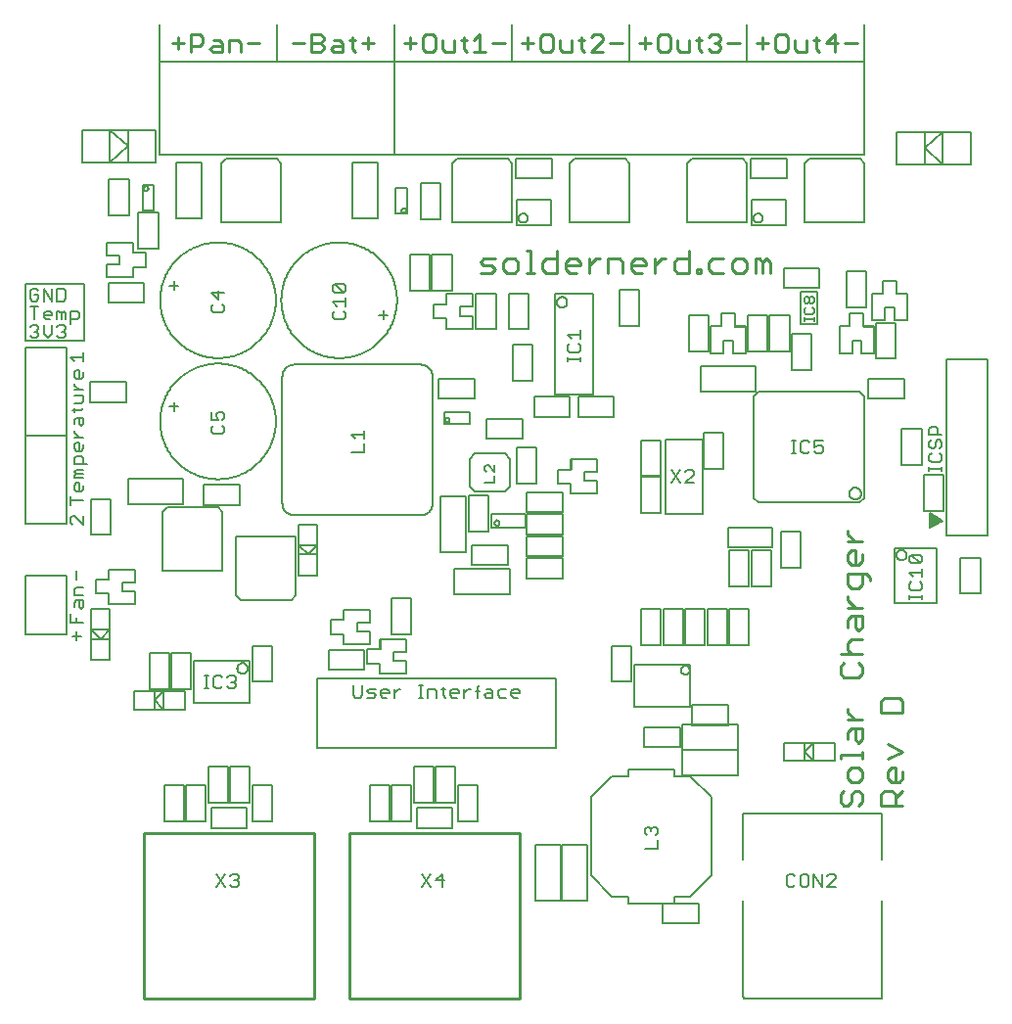
<source format=gto>
G75*
%MOIN*%
%OFA0B0*%
%FSLAX25Y25*%
%IPPOS*%
%LPD*%
%AMOC8*
5,1,8,0,0,1.08239X$1,22.5*
%
%ADD10C,0.00700*%
%ADD11C,0.00591*%
%ADD12C,0.01100*%
%ADD13C,0.00900*%
%ADD14C,0.00600*%
%ADD15C,0.00500*%
%ADD16C,0.01000*%
D10*
X0132774Y0042722D02*
X0135643Y0047026D01*
X0137378Y0046308D02*
X0138095Y0047026D01*
X0139529Y0047026D01*
X0140247Y0046308D01*
X0140247Y0045591D01*
X0139529Y0044874D01*
X0140247Y0044157D01*
X0140247Y0043439D01*
X0139529Y0042722D01*
X0138095Y0042722D01*
X0137378Y0043439D01*
X0135643Y0042722D02*
X0132774Y0047026D01*
X0138812Y0044874D02*
X0139529Y0044874D01*
X0202774Y0042722D02*
X0205643Y0047026D01*
X0207378Y0044874D02*
X0210247Y0044874D01*
X0209529Y0047026D02*
X0207378Y0044874D01*
X0205643Y0042722D02*
X0202774Y0047026D01*
X0209529Y0047026D02*
X0209529Y0042722D01*
X0278624Y0055618D02*
X0282928Y0055618D01*
X0282928Y0058487D01*
X0282210Y0060222D02*
X0282928Y0060939D01*
X0282928Y0062374D01*
X0282210Y0063091D01*
X0281493Y0063091D01*
X0280776Y0062374D01*
X0280776Y0061657D01*
X0280776Y0062374D02*
X0280058Y0063091D01*
X0279341Y0063091D01*
X0278624Y0062374D01*
X0278624Y0060939D01*
X0279341Y0060222D01*
X0326920Y0046308D02*
X0326920Y0043439D01*
X0327637Y0042722D01*
X0329072Y0042722D01*
X0329789Y0043439D01*
X0331524Y0043439D02*
X0331524Y0046308D01*
X0332241Y0047026D01*
X0333675Y0047026D01*
X0334393Y0046308D01*
X0334393Y0043439D01*
X0333675Y0042722D01*
X0332241Y0042722D01*
X0331524Y0043439D01*
X0329789Y0046308D02*
X0329072Y0047026D01*
X0327637Y0047026D01*
X0326920Y0046308D01*
X0336128Y0047026D02*
X0338997Y0042722D01*
X0338997Y0047026D01*
X0340731Y0046308D02*
X0341449Y0047026D01*
X0342883Y0047026D01*
X0343601Y0046308D01*
X0343601Y0045591D01*
X0340731Y0042722D01*
X0343601Y0042722D01*
X0336128Y0042722D02*
X0336128Y0047026D01*
X0235334Y0107097D02*
X0233899Y0107097D01*
X0233182Y0107814D01*
X0233182Y0109249D01*
X0233899Y0109966D01*
X0235334Y0109966D01*
X0236051Y0109249D01*
X0236051Y0108532D01*
X0233182Y0108532D01*
X0231447Y0109966D02*
X0229295Y0109966D01*
X0228578Y0109249D01*
X0228578Y0107814D01*
X0229295Y0107097D01*
X0231447Y0107097D01*
X0226843Y0107097D02*
X0224691Y0107097D01*
X0223974Y0107814D01*
X0224691Y0108532D01*
X0226843Y0108532D01*
X0226843Y0109249D02*
X0226843Y0107097D01*
X0226843Y0109249D02*
X0226126Y0109966D01*
X0224691Y0109966D01*
X0222339Y0109249D02*
X0220905Y0109249D01*
X0221622Y0110683D02*
X0222339Y0111401D01*
X0221622Y0110683D02*
X0221622Y0107097D01*
X0219220Y0109966D02*
X0218503Y0109966D01*
X0217068Y0108532D01*
X0217068Y0109966D02*
X0217068Y0107097D01*
X0215333Y0108532D02*
X0212464Y0108532D01*
X0212464Y0109249D02*
X0213181Y0109966D01*
X0214616Y0109966D01*
X0215333Y0109249D01*
X0215333Y0108532D01*
X0214616Y0107097D02*
X0213181Y0107097D01*
X0212464Y0107814D01*
X0212464Y0109249D01*
X0210829Y0109966D02*
X0209395Y0109966D01*
X0210112Y0110683D02*
X0210112Y0107814D01*
X0210829Y0107097D01*
X0207660Y0107097D02*
X0207660Y0109249D01*
X0206943Y0109966D01*
X0204791Y0109966D01*
X0204791Y0107097D01*
X0203156Y0107097D02*
X0201722Y0107097D01*
X0202439Y0107097D02*
X0202439Y0111401D01*
X0201722Y0111401D02*
X0203156Y0111401D01*
X0195433Y0109966D02*
X0194716Y0109966D01*
X0193281Y0108532D01*
X0193281Y0109966D02*
X0193281Y0107097D01*
X0191546Y0108532D02*
X0188677Y0108532D01*
X0188677Y0109249D02*
X0189394Y0109966D01*
X0190829Y0109966D01*
X0191546Y0109249D01*
X0191546Y0108532D01*
X0190829Y0107097D02*
X0189394Y0107097D01*
X0188677Y0107814D01*
X0188677Y0109249D01*
X0186942Y0109966D02*
X0184791Y0109966D01*
X0184073Y0109249D01*
X0184791Y0108532D01*
X0186225Y0108532D01*
X0186942Y0107814D01*
X0186225Y0107097D01*
X0184073Y0107097D01*
X0182338Y0107814D02*
X0182338Y0111401D01*
X0179469Y0111401D02*
X0179469Y0107814D01*
X0180187Y0107097D01*
X0181621Y0107097D01*
X0182338Y0107814D01*
X0139281Y0110939D02*
X0138564Y0110222D01*
X0137129Y0110222D01*
X0136412Y0110939D01*
X0134677Y0110939D02*
X0133960Y0110222D01*
X0132526Y0110222D01*
X0131808Y0110939D01*
X0131808Y0113808D01*
X0132526Y0114526D01*
X0133960Y0114526D01*
X0134677Y0113808D01*
X0136412Y0113808D02*
X0137129Y0114526D01*
X0138564Y0114526D01*
X0139281Y0113808D01*
X0139281Y0113091D01*
X0138564Y0112374D01*
X0139281Y0111657D01*
X0139281Y0110939D01*
X0138564Y0112374D02*
X0137847Y0112374D01*
X0130174Y0114526D02*
X0128739Y0114526D01*
X0129456Y0114526D02*
X0129456Y0110222D01*
X0128739Y0110222D02*
X0130174Y0110222D01*
X0087303Y0132691D02*
X0082999Y0132691D01*
X0082999Y0135560D01*
X0085151Y0134126D02*
X0085151Y0132691D01*
X0085151Y0129539D02*
X0085151Y0126670D01*
X0086585Y0128105D02*
X0083716Y0128105D01*
X0086585Y0137295D02*
X0085868Y0138012D01*
X0085868Y0140164D01*
X0085151Y0140164D02*
X0087303Y0140164D01*
X0087303Y0138012D01*
X0086585Y0137295D01*
X0084433Y0138012D02*
X0084433Y0139447D01*
X0085151Y0140164D01*
X0084433Y0141899D02*
X0084433Y0144051D01*
X0085151Y0144768D01*
X0087303Y0144768D01*
X0087303Y0141899D02*
X0084433Y0141899D01*
X0085151Y0147295D02*
X0085151Y0150164D01*
X0083716Y0166045D02*
X0082999Y0166762D01*
X0082999Y0168197D01*
X0083716Y0168914D01*
X0084433Y0168914D01*
X0087303Y0166045D01*
X0087303Y0168914D01*
X0087303Y0174120D02*
X0082999Y0174120D01*
X0082999Y0175554D02*
X0082999Y0172685D01*
X0085151Y0177289D02*
X0084433Y0178006D01*
X0084433Y0179441D01*
X0085151Y0180158D01*
X0085868Y0180158D01*
X0085868Y0177289D01*
X0086585Y0177289D02*
X0085151Y0177289D01*
X0086585Y0177289D02*
X0087303Y0178006D01*
X0087303Y0179441D01*
X0087303Y0181893D02*
X0084433Y0181893D01*
X0084433Y0182610D01*
X0085151Y0183327D01*
X0084433Y0184045D01*
X0085151Y0184762D01*
X0087303Y0184762D01*
X0087303Y0183327D02*
X0085151Y0183327D01*
X0084433Y0186497D02*
X0084433Y0188649D01*
X0085151Y0189366D01*
X0086585Y0189366D01*
X0087303Y0188649D01*
X0087303Y0186497D01*
X0088737Y0186497D02*
X0084433Y0186497D01*
X0085151Y0191101D02*
X0084433Y0191818D01*
X0084433Y0193253D01*
X0085151Y0193970D01*
X0085868Y0193970D01*
X0085868Y0191101D01*
X0086585Y0191101D02*
X0085151Y0191101D01*
X0086585Y0191101D02*
X0087303Y0191818D01*
X0087303Y0193253D01*
X0087303Y0195705D02*
X0084433Y0195705D01*
X0084433Y0197139D02*
X0084433Y0197857D01*
X0084433Y0197139D02*
X0085868Y0195705D01*
X0086585Y0199541D02*
X0085868Y0200259D01*
X0085868Y0202410D01*
X0085151Y0202410D02*
X0087303Y0202410D01*
X0087303Y0200259D01*
X0086585Y0199541D01*
X0084433Y0200259D02*
X0084433Y0201693D01*
X0085151Y0202410D01*
X0084433Y0204145D02*
X0084433Y0205580D01*
X0083716Y0204862D02*
X0086585Y0204862D01*
X0087303Y0205580D01*
X0086585Y0207214D02*
X0087303Y0207932D01*
X0087303Y0210084D01*
X0084433Y0210084D01*
X0084433Y0211818D02*
X0087303Y0211818D01*
X0085868Y0211818D02*
X0084433Y0213253D01*
X0084433Y0213970D01*
X0085151Y0215655D02*
X0084433Y0216372D01*
X0084433Y0217807D01*
X0085151Y0218524D01*
X0085868Y0218524D01*
X0085868Y0215655D01*
X0086585Y0215655D02*
X0085151Y0215655D01*
X0086585Y0215655D02*
X0087303Y0216372D01*
X0087303Y0217807D01*
X0087303Y0221670D02*
X0087303Y0224539D01*
X0087303Y0223105D02*
X0082999Y0223105D01*
X0084433Y0221670D01*
X0080612Y0229597D02*
X0079178Y0229597D01*
X0078460Y0230314D01*
X0076726Y0231032D02*
X0076726Y0233901D01*
X0078460Y0233183D02*
X0079178Y0233901D01*
X0080612Y0233901D01*
X0081330Y0233183D01*
X0081330Y0232466D01*
X0080612Y0231749D01*
X0081330Y0231032D01*
X0081330Y0230314D01*
X0080612Y0229597D01*
X0080612Y0231749D02*
X0079895Y0231749D01*
X0076726Y0231032D02*
X0075291Y0229597D01*
X0073856Y0231032D01*
X0073856Y0233901D01*
X0072122Y0233183D02*
X0072122Y0232466D01*
X0071404Y0231749D01*
X0072122Y0231032D01*
X0072122Y0230314D01*
X0071404Y0229597D01*
X0069970Y0229597D01*
X0069253Y0230314D01*
X0070687Y0231749D02*
X0071404Y0231749D01*
X0072122Y0233183D02*
X0071404Y0233901D01*
X0069970Y0233901D01*
X0069253Y0233183D01*
X0070687Y0235847D02*
X0070687Y0240151D01*
X0069253Y0240151D02*
X0072122Y0240151D01*
X0071404Y0242097D02*
X0072122Y0242814D01*
X0072122Y0244249D01*
X0070687Y0244249D01*
X0069253Y0245683D02*
X0069253Y0242814D01*
X0069970Y0242097D01*
X0071404Y0242097D01*
X0073856Y0242097D02*
X0073856Y0246401D01*
X0076726Y0242097D01*
X0076726Y0246401D01*
X0078460Y0246401D02*
X0078460Y0242097D01*
X0080612Y0242097D01*
X0081330Y0242814D01*
X0081330Y0245683D01*
X0080612Y0246401D01*
X0078460Y0246401D01*
X0072122Y0245683D02*
X0071404Y0246401D01*
X0069970Y0246401D01*
X0069253Y0245683D01*
X0074574Y0238716D02*
X0076008Y0238716D01*
X0076726Y0237999D01*
X0076726Y0237282D01*
X0073856Y0237282D01*
X0073856Y0237999D02*
X0074574Y0238716D01*
X0073856Y0237999D02*
X0073856Y0236564D01*
X0074574Y0235847D01*
X0076008Y0235847D01*
X0078460Y0235847D02*
X0078460Y0238716D01*
X0079178Y0238716D01*
X0079895Y0237999D01*
X0080612Y0238716D01*
X0081330Y0237999D01*
X0081330Y0235847D01*
X0079895Y0235847D02*
X0079895Y0237999D01*
X0083064Y0238716D02*
X0083064Y0234412D01*
X0083064Y0235847D02*
X0085216Y0235847D01*
X0085933Y0236564D01*
X0085933Y0237999D01*
X0085216Y0238716D01*
X0083064Y0238716D01*
X0084433Y0207214D02*
X0086585Y0207214D01*
X0131124Y0204341D02*
X0131124Y0201472D01*
X0133276Y0201472D01*
X0132558Y0202907D01*
X0132558Y0203624D01*
X0133276Y0204341D01*
X0134710Y0204341D01*
X0135428Y0203624D01*
X0135428Y0202189D01*
X0134710Y0201472D01*
X0134710Y0199737D02*
X0135428Y0199020D01*
X0135428Y0197585D01*
X0134710Y0196868D01*
X0131841Y0196868D01*
X0131124Y0197585D01*
X0131124Y0199020D01*
X0131841Y0199737D01*
X0172374Y0236533D02*
X0173091Y0235816D01*
X0175960Y0235816D01*
X0176678Y0236533D01*
X0176678Y0237968D01*
X0175960Y0238685D01*
X0176678Y0240420D02*
X0176678Y0243289D01*
X0176678Y0241855D02*
X0172374Y0241855D01*
X0173808Y0240420D01*
X0173091Y0238685D02*
X0172374Y0237968D01*
X0172374Y0236533D01*
X0173091Y0245024D02*
X0172374Y0245741D01*
X0172374Y0247176D01*
X0173091Y0247893D01*
X0175960Y0245024D01*
X0176678Y0245741D01*
X0176678Y0247176D01*
X0175960Y0247893D01*
X0173091Y0247893D01*
X0173091Y0245024D02*
X0175960Y0245024D01*
X0135428Y0244874D02*
X0131124Y0244874D01*
X0133276Y0242722D01*
X0133276Y0245591D01*
X0134710Y0240987D02*
X0135428Y0240270D01*
X0135428Y0238835D01*
X0134710Y0238118D01*
X0131841Y0238118D01*
X0131124Y0238835D01*
X0131124Y0240270D01*
X0131841Y0240987D01*
X0178624Y0196657D02*
X0182928Y0196657D01*
X0182928Y0198091D02*
X0182928Y0195222D01*
X0182928Y0193487D02*
X0182928Y0190618D01*
X0178624Y0190618D01*
X0180058Y0195222D02*
X0178624Y0196657D01*
X0287774Y0184526D02*
X0290643Y0180222D01*
X0292378Y0180222D02*
X0295247Y0183091D01*
X0295247Y0183808D01*
X0294529Y0184526D01*
X0293095Y0184526D01*
X0292378Y0183808D01*
X0290643Y0184526D02*
X0287774Y0180222D01*
X0292378Y0180222D02*
X0295247Y0180222D01*
X0328739Y0190222D02*
X0330174Y0190222D01*
X0329456Y0190222D02*
X0329456Y0194526D01*
X0328739Y0194526D02*
X0330174Y0194526D01*
X0331808Y0193808D02*
X0331808Y0190939D01*
X0332526Y0190222D01*
X0333960Y0190222D01*
X0334677Y0190939D01*
X0336412Y0190939D02*
X0337129Y0190222D01*
X0338564Y0190222D01*
X0339281Y0190939D01*
X0339281Y0192374D01*
X0338564Y0193091D01*
X0337847Y0193091D01*
X0336412Y0192374D01*
X0336412Y0194526D01*
X0339281Y0194526D01*
X0334677Y0193808D02*
X0333960Y0194526D01*
X0332526Y0194526D01*
X0331808Y0193808D01*
X0375499Y0194107D02*
X0375499Y0192672D01*
X0376216Y0191955D01*
X0376933Y0191955D01*
X0377651Y0192672D01*
X0377651Y0194107D01*
X0378368Y0194824D01*
X0379085Y0194824D01*
X0379803Y0194107D01*
X0379803Y0192672D01*
X0379085Y0191955D01*
X0379085Y0190220D02*
X0379803Y0189503D01*
X0379803Y0188068D01*
X0379085Y0187351D01*
X0376216Y0187351D01*
X0375499Y0188068D01*
X0375499Y0189503D01*
X0376216Y0190220D01*
X0375499Y0194107D02*
X0376216Y0194824D01*
X0375499Y0196559D02*
X0375499Y0198710D01*
X0376216Y0199428D01*
X0377651Y0199428D01*
X0378368Y0198710D01*
X0378368Y0196559D01*
X0379803Y0196559D02*
X0375499Y0196559D01*
X0375499Y0185716D02*
X0375499Y0184282D01*
X0375499Y0184999D02*
X0379803Y0184999D01*
X0379803Y0184282D02*
X0379803Y0185716D01*
X0372210Y0155678D02*
X0369341Y0155678D01*
X0372210Y0152809D01*
X0372928Y0153526D01*
X0372928Y0154960D01*
X0372210Y0155678D01*
X0369341Y0155678D02*
X0368624Y0154960D01*
X0368624Y0153526D01*
X0369341Y0152809D01*
X0372210Y0152809D01*
X0372928Y0151074D02*
X0372928Y0148205D01*
X0372928Y0149639D02*
X0368624Y0149639D01*
X0370058Y0148205D01*
X0369341Y0146470D02*
X0368624Y0145753D01*
X0368624Y0144318D01*
X0369341Y0143601D01*
X0372210Y0143601D01*
X0372928Y0144318D01*
X0372928Y0145753D01*
X0372210Y0146470D01*
X0372928Y0141966D02*
X0372928Y0140532D01*
X0372928Y0141249D02*
X0368624Y0141249D01*
X0368624Y0140532D02*
X0368624Y0141966D01*
D11*
X0363691Y0139173D02*
X0363691Y0158071D01*
X0377864Y0158071D01*
X0377864Y0139173D01*
X0363691Y0139173D01*
X0364292Y0155709D02*
X0364294Y0155793D01*
X0364300Y0155876D01*
X0364310Y0155960D01*
X0364324Y0156042D01*
X0364342Y0156124D01*
X0364363Y0156205D01*
X0364389Y0156285D01*
X0364418Y0156363D01*
X0364451Y0156441D01*
X0364488Y0156516D01*
X0364528Y0156589D01*
X0364572Y0156661D01*
X0364619Y0156730D01*
X0364669Y0156798D01*
X0364722Y0156862D01*
X0364779Y0156924D01*
X0364838Y0156983D01*
X0364900Y0157040D01*
X0364964Y0157093D01*
X0365032Y0157143D01*
X0365101Y0157190D01*
X0365172Y0157234D01*
X0365246Y0157274D01*
X0365321Y0157311D01*
X0365399Y0157344D01*
X0365477Y0157373D01*
X0365557Y0157399D01*
X0365638Y0157420D01*
X0365720Y0157438D01*
X0365802Y0157452D01*
X0365886Y0157462D01*
X0365969Y0157468D01*
X0366053Y0157470D01*
X0366137Y0157468D01*
X0366220Y0157462D01*
X0366304Y0157452D01*
X0366386Y0157438D01*
X0366468Y0157420D01*
X0366549Y0157399D01*
X0366629Y0157373D01*
X0366707Y0157344D01*
X0366785Y0157311D01*
X0366860Y0157274D01*
X0366933Y0157234D01*
X0367005Y0157190D01*
X0367074Y0157143D01*
X0367142Y0157093D01*
X0367206Y0157040D01*
X0367268Y0156983D01*
X0367327Y0156924D01*
X0367384Y0156862D01*
X0367437Y0156798D01*
X0367487Y0156730D01*
X0367534Y0156661D01*
X0367578Y0156590D01*
X0367618Y0156516D01*
X0367655Y0156441D01*
X0367688Y0156363D01*
X0367717Y0156285D01*
X0367743Y0156205D01*
X0367764Y0156124D01*
X0367782Y0156042D01*
X0367796Y0155960D01*
X0367806Y0155876D01*
X0367812Y0155793D01*
X0367814Y0155709D01*
X0367812Y0155625D01*
X0367806Y0155542D01*
X0367796Y0155458D01*
X0367782Y0155376D01*
X0367764Y0155294D01*
X0367743Y0155213D01*
X0367717Y0155133D01*
X0367688Y0155055D01*
X0367655Y0154977D01*
X0367618Y0154902D01*
X0367578Y0154829D01*
X0367534Y0154757D01*
X0367487Y0154688D01*
X0367437Y0154620D01*
X0367384Y0154556D01*
X0367327Y0154494D01*
X0367268Y0154435D01*
X0367206Y0154378D01*
X0367142Y0154325D01*
X0367074Y0154275D01*
X0367005Y0154228D01*
X0366934Y0154184D01*
X0366860Y0154144D01*
X0366785Y0154107D01*
X0366707Y0154074D01*
X0366629Y0154045D01*
X0366549Y0154019D01*
X0366468Y0153998D01*
X0366386Y0153980D01*
X0366304Y0153966D01*
X0366220Y0153956D01*
X0366137Y0153950D01*
X0366053Y0153948D01*
X0365969Y0153950D01*
X0365886Y0153956D01*
X0365802Y0153966D01*
X0365720Y0153980D01*
X0365638Y0153998D01*
X0365557Y0154019D01*
X0365477Y0154045D01*
X0365399Y0154074D01*
X0365321Y0154107D01*
X0365246Y0154144D01*
X0365173Y0154184D01*
X0365101Y0154228D01*
X0365032Y0154275D01*
X0364964Y0154325D01*
X0364900Y0154378D01*
X0364838Y0154435D01*
X0364779Y0154494D01*
X0364722Y0154556D01*
X0364669Y0154620D01*
X0364619Y0154688D01*
X0364572Y0154757D01*
X0364528Y0154828D01*
X0364488Y0154902D01*
X0364451Y0154977D01*
X0364418Y0155055D01*
X0364389Y0155133D01*
X0364363Y0155213D01*
X0364342Y0155294D01*
X0364324Y0155376D01*
X0364310Y0155458D01*
X0364300Y0155542D01*
X0364294Y0155625D01*
X0364292Y0155709D01*
X0375778Y0164872D02*
X0380153Y0167372D01*
X0375778Y0169872D01*
X0375778Y0164872D01*
X0375778Y0165285D02*
X0376499Y0165285D01*
X0375778Y0165874D02*
X0377530Y0165874D01*
X0378561Y0166463D02*
X0375778Y0166463D01*
X0375778Y0167052D02*
X0379592Y0167052D01*
X0379682Y0167641D02*
X0375778Y0167641D01*
X0375778Y0168230D02*
X0378651Y0168230D01*
X0377621Y0168819D02*
X0375778Y0168819D01*
X0375778Y0169408D02*
X0376590Y0169408D01*
X0373681Y0170645D02*
X0380374Y0170645D01*
X0380374Y0182849D01*
X0373681Y0182849D01*
X0373681Y0170645D01*
X0381278Y0162372D02*
X0395278Y0162372D01*
X0395278Y0222372D01*
X0381278Y0222372D01*
X0381278Y0162372D01*
X0386181Y0154724D02*
X0392874Y0154724D01*
X0392874Y0142520D01*
X0386181Y0142520D01*
X0386181Y0154724D01*
X0353425Y0175049D02*
X0353425Y0209695D01*
X0351850Y0211270D01*
X0317205Y0211270D01*
X0315630Y0209695D01*
X0315630Y0175049D01*
X0317205Y0173474D01*
X0351850Y0173474D01*
X0353425Y0175049D01*
X0348276Y0176624D02*
X0348278Y0176713D01*
X0348284Y0176802D01*
X0348294Y0176891D01*
X0348308Y0176979D01*
X0348325Y0177066D01*
X0348347Y0177152D01*
X0348373Y0177238D01*
X0348402Y0177322D01*
X0348435Y0177405D01*
X0348471Y0177486D01*
X0348512Y0177566D01*
X0348555Y0177643D01*
X0348602Y0177719D01*
X0348653Y0177792D01*
X0348706Y0177863D01*
X0348763Y0177932D01*
X0348823Y0177998D01*
X0348886Y0178062D01*
X0348951Y0178122D01*
X0349019Y0178180D01*
X0349090Y0178234D01*
X0349163Y0178285D01*
X0349238Y0178333D01*
X0349315Y0178378D01*
X0349394Y0178419D01*
X0349475Y0178456D01*
X0349557Y0178490D01*
X0349641Y0178521D01*
X0349726Y0178547D01*
X0349812Y0178570D01*
X0349899Y0178588D01*
X0349987Y0178603D01*
X0350076Y0178614D01*
X0350165Y0178621D01*
X0350254Y0178624D01*
X0350343Y0178623D01*
X0350432Y0178618D01*
X0350520Y0178609D01*
X0350609Y0178596D01*
X0350696Y0178579D01*
X0350783Y0178559D01*
X0350869Y0178534D01*
X0350953Y0178506D01*
X0351036Y0178474D01*
X0351118Y0178438D01*
X0351198Y0178399D01*
X0351276Y0178356D01*
X0351352Y0178310D01*
X0351426Y0178260D01*
X0351498Y0178207D01*
X0351567Y0178151D01*
X0351634Y0178092D01*
X0351698Y0178030D01*
X0351759Y0177966D01*
X0351818Y0177898D01*
X0351873Y0177828D01*
X0351925Y0177756D01*
X0351974Y0177681D01*
X0352019Y0177605D01*
X0352061Y0177526D01*
X0352099Y0177446D01*
X0352134Y0177364D01*
X0352165Y0177280D01*
X0352193Y0177195D01*
X0352216Y0177109D01*
X0352236Y0177022D01*
X0352252Y0176935D01*
X0352264Y0176846D01*
X0352272Y0176758D01*
X0352276Y0176669D01*
X0352276Y0176579D01*
X0352272Y0176490D01*
X0352264Y0176402D01*
X0352252Y0176313D01*
X0352236Y0176226D01*
X0352216Y0176139D01*
X0352193Y0176053D01*
X0352165Y0175968D01*
X0352134Y0175884D01*
X0352099Y0175802D01*
X0352061Y0175722D01*
X0352019Y0175643D01*
X0351974Y0175567D01*
X0351925Y0175492D01*
X0351873Y0175420D01*
X0351818Y0175350D01*
X0351759Y0175282D01*
X0351698Y0175218D01*
X0351634Y0175156D01*
X0351567Y0175097D01*
X0351498Y0175041D01*
X0351426Y0174988D01*
X0351352Y0174938D01*
X0351276Y0174892D01*
X0351198Y0174849D01*
X0351118Y0174810D01*
X0351036Y0174774D01*
X0350953Y0174742D01*
X0350869Y0174714D01*
X0350783Y0174689D01*
X0350696Y0174669D01*
X0350609Y0174652D01*
X0350520Y0174639D01*
X0350432Y0174630D01*
X0350343Y0174625D01*
X0350254Y0174624D01*
X0350165Y0174627D01*
X0350076Y0174634D01*
X0349987Y0174645D01*
X0349899Y0174660D01*
X0349812Y0174678D01*
X0349726Y0174701D01*
X0349641Y0174727D01*
X0349557Y0174758D01*
X0349475Y0174792D01*
X0349394Y0174829D01*
X0349315Y0174870D01*
X0349238Y0174915D01*
X0349163Y0174963D01*
X0349090Y0175014D01*
X0349019Y0175068D01*
X0348951Y0175126D01*
X0348886Y0175186D01*
X0348823Y0175250D01*
X0348763Y0175316D01*
X0348706Y0175385D01*
X0348653Y0175456D01*
X0348602Y0175529D01*
X0348555Y0175605D01*
X0348512Y0175682D01*
X0348471Y0175762D01*
X0348435Y0175843D01*
X0348402Y0175926D01*
X0348373Y0176010D01*
X0348347Y0176096D01*
X0348325Y0176182D01*
X0348308Y0176269D01*
X0348294Y0176357D01*
X0348284Y0176446D01*
X0348278Y0176535D01*
X0348276Y0176624D01*
X0366181Y0186270D02*
X0372874Y0186270D01*
X0372874Y0198474D01*
X0366181Y0198474D01*
X0366181Y0186270D01*
X0366880Y0209026D02*
X0354675Y0209026D01*
X0354675Y0215719D01*
X0366880Y0215719D01*
X0366880Y0209026D01*
X0364124Y0222520D02*
X0357431Y0222520D01*
X0357431Y0234724D01*
X0364124Y0234724D01*
X0364124Y0222520D01*
X0356683Y0224429D02*
X0352352Y0224429D01*
X0352352Y0228760D01*
X0349203Y0228760D01*
X0349203Y0224429D01*
X0344872Y0224429D01*
X0344872Y0233484D01*
X0348415Y0233484D01*
X0348415Y0237815D01*
X0353140Y0237815D01*
X0353140Y0233484D01*
X0356683Y0233484D01*
X0356683Y0224429D01*
X0356122Y0235679D02*
X0356122Y0244734D01*
X0359665Y0244734D01*
X0359665Y0249065D01*
X0364390Y0249065D01*
X0364390Y0244734D01*
X0367933Y0244734D01*
X0367933Y0235679D01*
X0363602Y0235679D01*
X0363602Y0240010D01*
X0360453Y0240010D01*
X0360453Y0235679D01*
X0356122Y0235679D01*
X0354124Y0240020D02*
X0354124Y0252224D01*
X0347431Y0252224D01*
X0347431Y0240020D01*
X0354124Y0240020D01*
X0338130Y0246526D02*
X0338130Y0253219D01*
X0325925Y0253219D01*
X0325925Y0246526D01*
X0338130Y0246526D01*
X0337283Y0245384D02*
X0337283Y0234360D01*
X0331772Y0234360D01*
X0331772Y0245384D01*
X0337283Y0245384D01*
X0327874Y0237224D02*
X0321181Y0237224D01*
X0321181Y0225020D01*
X0327874Y0225020D01*
X0327874Y0237224D01*
X0328681Y0230974D02*
X0328681Y0218770D01*
X0335374Y0218770D01*
X0335374Y0230974D01*
X0328681Y0230974D01*
X0320374Y0225020D02*
X0320374Y0237224D01*
X0313681Y0237224D01*
X0313681Y0225020D01*
X0320374Y0225020D01*
X0316476Y0219828D02*
X0316476Y0211166D01*
X0297579Y0211166D01*
X0297579Y0219828D01*
X0316476Y0219828D01*
X0312933Y0224429D02*
X0308602Y0224429D01*
X0308602Y0228760D01*
X0305453Y0228760D01*
X0305453Y0224429D01*
X0301122Y0224429D01*
X0301122Y0233484D01*
X0304665Y0233484D01*
X0304665Y0237815D01*
X0309390Y0237815D01*
X0309390Y0233484D01*
X0312933Y0233484D01*
X0312933Y0224429D01*
X0300374Y0225020D02*
X0300374Y0237224D01*
X0293681Y0237224D01*
X0293681Y0225020D01*
X0300374Y0225020D01*
X0276624Y0233770D02*
X0276624Y0245974D01*
X0269931Y0245974D01*
X0269931Y0233770D01*
X0276624Y0233770D01*
X0261024Y0244596D02*
X0261024Y0210148D01*
X0248031Y0210148D01*
X0248031Y0244596D01*
X0261024Y0244596D01*
X0248645Y0241747D02*
X0248647Y0241830D01*
X0248653Y0241914D01*
X0248663Y0241997D01*
X0248676Y0242079D01*
X0248694Y0242161D01*
X0248716Y0242241D01*
X0248741Y0242321D01*
X0248770Y0242399D01*
X0248802Y0242476D01*
X0248839Y0242552D01*
X0248878Y0242625D01*
X0248922Y0242696D01*
X0248968Y0242766D01*
X0249018Y0242833D01*
X0249071Y0242898D01*
X0249126Y0242960D01*
X0249185Y0243019D01*
X0249247Y0243076D01*
X0249311Y0243129D01*
X0249377Y0243180D01*
X0249446Y0243227D01*
X0249517Y0243271D01*
X0249590Y0243312D01*
X0249665Y0243349D01*
X0249741Y0243382D01*
X0249819Y0243412D01*
X0249899Y0243438D01*
X0249979Y0243461D01*
X0250060Y0243479D01*
X0250143Y0243494D01*
X0250225Y0243505D01*
X0250309Y0243512D01*
X0250392Y0243515D01*
X0250476Y0243514D01*
X0250559Y0243509D01*
X0250642Y0243500D01*
X0250725Y0243487D01*
X0250806Y0243471D01*
X0250887Y0243450D01*
X0250967Y0243426D01*
X0251046Y0243398D01*
X0251123Y0243366D01*
X0251199Y0243331D01*
X0251273Y0243292D01*
X0251345Y0243250D01*
X0251415Y0243204D01*
X0251482Y0243155D01*
X0251548Y0243103D01*
X0251610Y0243048D01*
X0251671Y0242990D01*
X0251728Y0242929D01*
X0251782Y0242866D01*
X0251833Y0242800D01*
X0251882Y0242731D01*
X0251926Y0242661D01*
X0251968Y0242588D01*
X0252006Y0242514D01*
X0252040Y0242438D01*
X0252071Y0242360D01*
X0252098Y0242281D01*
X0252122Y0242201D01*
X0252141Y0242120D01*
X0252157Y0242038D01*
X0252169Y0241955D01*
X0252177Y0241872D01*
X0252181Y0241789D01*
X0252181Y0241705D01*
X0252177Y0241622D01*
X0252169Y0241539D01*
X0252157Y0241456D01*
X0252141Y0241374D01*
X0252122Y0241293D01*
X0252098Y0241213D01*
X0252071Y0241134D01*
X0252040Y0241056D01*
X0252006Y0240980D01*
X0251968Y0240906D01*
X0251926Y0240833D01*
X0251882Y0240763D01*
X0251833Y0240694D01*
X0251782Y0240628D01*
X0251728Y0240565D01*
X0251671Y0240504D01*
X0251610Y0240446D01*
X0251548Y0240391D01*
X0251482Y0240339D01*
X0251415Y0240290D01*
X0251345Y0240244D01*
X0251273Y0240202D01*
X0251199Y0240163D01*
X0251123Y0240128D01*
X0251046Y0240096D01*
X0250967Y0240068D01*
X0250887Y0240044D01*
X0250806Y0240023D01*
X0250725Y0240007D01*
X0250642Y0239994D01*
X0250559Y0239985D01*
X0250476Y0239980D01*
X0250392Y0239979D01*
X0250309Y0239982D01*
X0250225Y0239989D01*
X0250143Y0240000D01*
X0250060Y0240015D01*
X0249979Y0240033D01*
X0249899Y0240056D01*
X0249819Y0240082D01*
X0249741Y0240112D01*
X0249665Y0240145D01*
X0249590Y0240182D01*
X0249517Y0240223D01*
X0249446Y0240267D01*
X0249377Y0240314D01*
X0249311Y0240365D01*
X0249247Y0240418D01*
X0249185Y0240475D01*
X0249126Y0240534D01*
X0249071Y0240596D01*
X0249018Y0240661D01*
X0248968Y0240728D01*
X0248922Y0240798D01*
X0248878Y0240869D01*
X0248839Y0240942D01*
X0248802Y0241018D01*
X0248770Y0241095D01*
X0248741Y0241173D01*
X0248716Y0241253D01*
X0248694Y0241333D01*
X0248676Y0241415D01*
X0248663Y0241497D01*
X0248653Y0241580D01*
X0248647Y0241664D01*
X0248645Y0241747D01*
X0239124Y0244724D02*
X0232431Y0244724D01*
X0232431Y0232520D01*
X0239124Y0232520D01*
X0239124Y0244724D01*
X0227874Y0244724D02*
X0221181Y0244724D01*
X0221181Y0232520D01*
X0227874Y0232520D01*
X0227874Y0244724D01*
X0219970Y0244528D02*
X0219970Y0240197D01*
X0215640Y0240197D01*
X0215640Y0237047D01*
X0219970Y0237047D01*
X0219970Y0232717D01*
X0210915Y0232717D01*
X0210915Y0236260D01*
X0206585Y0236260D01*
X0206585Y0240984D01*
X0210915Y0240984D01*
X0210915Y0244528D01*
X0219970Y0244528D01*
X0212874Y0245645D02*
X0212874Y0257849D01*
X0206181Y0257849D01*
X0206181Y0245645D01*
X0212874Y0245645D01*
X0205374Y0245645D02*
X0205374Y0257849D01*
X0198681Y0257849D01*
X0198681Y0245645D01*
X0205374Y0245645D01*
X0191028Y0237372D02*
X0188028Y0237372D01*
X0189528Y0235872D02*
X0189528Y0238872D01*
X0154843Y0242372D02*
X0154849Y0242855D01*
X0154867Y0243338D01*
X0154896Y0243820D01*
X0154938Y0244301D01*
X0154991Y0244782D01*
X0155056Y0245260D01*
X0155133Y0245737D01*
X0155221Y0246212D01*
X0155321Y0246685D01*
X0155433Y0247155D01*
X0155556Y0247622D01*
X0155691Y0248086D01*
X0155837Y0248547D01*
X0155994Y0249004D01*
X0156162Y0249457D01*
X0156341Y0249905D01*
X0156532Y0250349D01*
X0156733Y0250788D01*
X0156945Y0251223D01*
X0157167Y0251651D01*
X0157400Y0252075D01*
X0157644Y0252492D01*
X0157897Y0252903D01*
X0158161Y0253308D01*
X0158434Y0253707D01*
X0158717Y0254098D01*
X0159009Y0254483D01*
X0159311Y0254860D01*
X0159622Y0255230D01*
X0159942Y0255592D01*
X0160271Y0255946D01*
X0160609Y0256291D01*
X0160954Y0256629D01*
X0161308Y0256958D01*
X0161670Y0257278D01*
X0162040Y0257589D01*
X0162417Y0257891D01*
X0162802Y0258183D01*
X0163193Y0258466D01*
X0163592Y0258739D01*
X0163997Y0259003D01*
X0164408Y0259256D01*
X0164825Y0259500D01*
X0165249Y0259733D01*
X0165677Y0259955D01*
X0166112Y0260167D01*
X0166551Y0260368D01*
X0166995Y0260559D01*
X0167443Y0260738D01*
X0167896Y0260906D01*
X0168353Y0261063D01*
X0168814Y0261209D01*
X0169278Y0261344D01*
X0169745Y0261467D01*
X0170215Y0261579D01*
X0170688Y0261679D01*
X0171163Y0261767D01*
X0171640Y0261844D01*
X0172118Y0261909D01*
X0172599Y0261962D01*
X0173080Y0262004D01*
X0173562Y0262033D01*
X0174045Y0262051D01*
X0174528Y0262057D01*
X0175011Y0262051D01*
X0175494Y0262033D01*
X0175976Y0262004D01*
X0176457Y0261962D01*
X0176938Y0261909D01*
X0177416Y0261844D01*
X0177893Y0261767D01*
X0178368Y0261679D01*
X0178841Y0261579D01*
X0179311Y0261467D01*
X0179778Y0261344D01*
X0180242Y0261209D01*
X0180703Y0261063D01*
X0181160Y0260906D01*
X0181613Y0260738D01*
X0182061Y0260559D01*
X0182505Y0260368D01*
X0182944Y0260167D01*
X0183379Y0259955D01*
X0183807Y0259733D01*
X0184231Y0259500D01*
X0184648Y0259256D01*
X0185059Y0259003D01*
X0185464Y0258739D01*
X0185863Y0258466D01*
X0186254Y0258183D01*
X0186639Y0257891D01*
X0187016Y0257589D01*
X0187386Y0257278D01*
X0187748Y0256958D01*
X0188102Y0256629D01*
X0188447Y0256291D01*
X0188785Y0255946D01*
X0189114Y0255592D01*
X0189434Y0255230D01*
X0189745Y0254860D01*
X0190047Y0254483D01*
X0190339Y0254098D01*
X0190622Y0253707D01*
X0190895Y0253308D01*
X0191159Y0252903D01*
X0191412Y0252492D01*
X0191656Y0252075D01*
X0191889Y0251651D01*
X0192111Y0251223D01*
X0192323Y0250788D01*
X0192524Y0250349D01*
X0192715Y0249905D01*
X0192894Y0249457D01*
X0193062Y0249004D01*
X0193219Y0248547D01*
X0193365Y0248086D01*
X0193500Y0247622D01*
X0193623Y0247155D01*
X0193735Y0246685D01*
X0193835Y0246212D01*
X0193923Y0245737D01*
X0194000Y0245260D01*
X0194065Y0244782D01*
X0194118Y0244301D01*
X0194160Y0243820D01*
X0194189Y0243338D01*
X0194207Y0242855D01*
X0194213Y0242372D01*
X0194207Y0241889D01*
X0194189Y0241406D01*
X0194160Y0240924D01*
X0194118Y0240443D01*
X0194065Y0239962D01*
X0194000Y0239484D01*
X0193923Y0239007D01*
X0193835Y0238532D01*
X0193735Y0238059D01*
X0193623Y0237589D01*
X0193500Y0237122D01*
X0193365Y0236658D01*
X0193219Y0236197D01*
X0193062Y0235740D01*
X0192894Y0235287D01*
X0192715Y0234839D01*
X0192524Y0234395D01*
X0192323Y0233956D01*
X0192111Y0233521D01*
X0191889Y0233093D01*
X0191656Y0232669D01*
X0191412Y0232252D01*
X0191159Y0231841D01*
X0190895Y0231436D01*
X0190622Y0231037D01*
X0190339Y0230646D01*
X0190047Y0230261D01*
X0189745Y0229884D01*
X0189434Y0229514D01*
X0189114Y0229152D01*
X0188785Y0228798D01*
X0188447Y0228453D01*
X0188102Y0228115D01*
X0187748Y0227786D01*
X0187386Y0227466D01*
X0187016Y0227155D01*
X0186639Y0226853D01*
X0186254Y0226561D01*
X0185863Y0226278D01*
X0185464Y0226005D01*
X0185059Y0225741D01*
X0184648Y0225488D01*
X0184231Y0225244D01*
X0183807Y0225011D01*
X0183379Y0224789D01*
X0182944Y0224577D01*
X0182505Y0224376D01*
X0182061Y0224185D01*
X0181613Y0224006D01*
X0181160Y0223838D01*
X0180703Y0223681D01*
X0180242Y0223535D01*
X0179778Y0223400D01*
X0179311Y0223277D01*
X0178841Y0223165D01*
X0178368Y0223065D01*
X0177893Y0222977D01*
X0177416Y0222900D01*
X0176938Y0222835D01*
X0176457Y0222782D01*
X0175976Y0222740D01*
X0175494Y0222711D01*
X0175011Y0222693D01*
X0174528Y0222687D01*
X0174045Y0222693D01*
X0173562Y0222711D01*
X0173080Y0222740D01*
X0172599Y0222782D01*
X0172118Y0222835D01*
X0171640Y0222900D01*
X0171163Y0222977D01*
X0170688Y0223065D01*
X0170215Y0223165D01*
X0169745Y0223277D01*
X0169278Y0223400D01*
X0168814Y0223535D01*
X0168353Y0223681D01*
X0167896Y0223838D01*
X0167443Y0224006D01*
X0166995Y0224185D01*
X0166551Y0224376D01*
X0166112Y0224577D01*
X0165677Y0224789D01*
X0165249Y0225011D01*
X0164825Y0225244D01*
X0164408Y0225488D01*
X0163997Y0225741D01*
X0163592Y0226005D01*
X0163193Y0226278D01*
X0162802Y0226561D01*
X0162417Y0226853D01*
X0162040Y0227155D01*
X0161670Y0227466D01*
X0161308Y0227786D01*
X0160954Y0228115D01*
X0160609Y0228453D01*
X0160271Y0228798D01*
X0159942Y0229152D01*
X0159622Y0229514D01*
X0159311Y0229884D01*
X0159009Y0230261D01*
X0158717Y0230646D01*
X0158434Y0231037D01*
X0158161Y0231436D01*
X0157897Y0231841D01*
X0157644Y0232252D01*
X0157400Y0232669D01*
X0157167Y0233093D01*
X0156945Y0233521D01*
X0156733Y0233956D01*
X0156532Y0234395D01*
X0156341Y0234839D01*
X0156162Y0235287D01*
X0155994Y0235740D01*
X0155837Y0236197D01*
X0155691Y0236658D01*
X0155556Y0237122D01*
X0155433Y0237589D01*
X0155321Y0238059D01*
X0155221Y0238532D01*
X0155133Y0239007D01*
X0155056Y0239484D01*
X0154991Y0239962D01*
X0154938Y0240443D01*
X0154896Y0240924D01*
X0154867Y0241406D01*
X0154849Y0241889D01*
X0154843Y0242372D01*
X0113593Y0242372D02*
X0113599Y0242855D01*
X0113617Y0243338D01*
X0113646Y0243820D01*
X0113688Y0244301D01*
X0113741Y0244782D01*
X0113806Y0245260D01*
X0113883Y0245737D01*
X0113971Y0246212D01*
X0114071Y0246685D01*
X0114183Y0247155D01*
X0114306Y0247622D01*
X0114441Y0248086D01*
X0114587Y0248547D01*
X0114744Y0249004D01*
X0114912Y0249457D01*
X0115091Y0249905D01*
X0115282Y0250349D01*
X0115483Y0250788D01*
X0115695Y0251223D01*
X0115917Y0251651D01*
X0116150Y0252075D01*
X0116394Y0252492D01*
X0116647Y0252903D01*
X0116911Y0253308D01*
X0117184Y0253707D01*
X0117467Y0254098D01*
X0117759Y0254483D01*
X0118061Y0254860D01*
X0118372Y0255230D01*
X0118692Y0255592D01*
X0119021Y0255946D01*
X0119359Y0256291D01*
X0119704Y0256629D01*
X0120058Y0256958D01*
X0120420Y0257278D01*
X0120790Y0257589D01*
X0121167Y0257891D01*
X0121552Y0258183D01*
X0121943Y0258466D01*
X0122342Y0258739D01*
X0122747Y0259003D01*
X0123158Y0259256D01*
X0123575Y0259500D01*
X0123999Y0259733D01*
X0124427Y0259955D01*
X0124862Y0260167D01*
X0125301Y0260368D01*
X0125745Y0260559D01*
X0126193Y0260738D01*
X0126646Y0260906D01*
X0127103Y0261063D01*
X0127564Y0261209D01*
X0128028Y0261344D01*
X0128495Y0261467D01*
X0128965Y0261579D01*
X0129438Y0261679D01*
X0129913Y0261767D01*
X0130390Y0261844D01*
X0130868Y0261909D01*
X0131349Y0261962D01*
X0131830Y0262004D01*
X0132312Y0262033D01*
X0132795Y0262051D01*
X0133278Y0262057D01*
X0133761Y0262051D01*
X0134244Y0262033D01*
X0134726Y0262004D01*
X0135207Y0261962D01*
X0135688Y0261909D01*
X0136166Y0261844D01*
X0136643Y0261767D01*
X0137118Y0261679D01*
X0137591Y0261579D01*
X0138061Y0261467D01*
X0138528Y0261344D01*
X0138992Y0261209D01*
X0139453Y0261063D01*
X0139910Y0260906D01*
X0140363Y0260738D01*
X0140811Y0260559D01*
X0141255Y0260368D01*
X0141694Y0260167D01*
X0142129Y0259955D01*
X0142557Y0259733D01*
X0142981Y0259500D01*
X0143398Y0259256D01*
X0143809Y0259003D01*
X0144214Y0258739D01*
X0144613Y0258466D01*
X0145004Y0258183D01*
X0145389Y0257891D01*
X0145766Y0257589D01*
X0146136Y0257278D01*
X0146498Y0256958D01*
X0146852Y0256629D01*
X0147197Y0256291D01*
X0147535Y0255946D01*
X0147864Y0255592D01*
X0148184Y0255230D01*
X0148495Y0254860D01*
X0148797Y0254483D01*
X0149089Y0254098D01*
X0149372Y0253707D01*
X0149645Y0253308D01*
X0149909Y0252903D01*
X0150162Y0252492D01*
X0150406Y0252075D01*
X0150639Y0251651D01*
X0150861Y0251223D01*
X0151073Y0250788D01*
X0151274Y0250349D01*
X0151465Y0249905D01*
X0151644Y0249457D01*
X0151812Y0249004D01*
X0151969Y0248547D01*
X0152115Y0248086D01*
X0152250Y0247622D01*
X0152373Y0247155D01*
X0152485Y0246685D01*
X0152585Y0246212D01*
X0152673Y0245737D01*
X0152750Y0245260D01*
X0152815Y0244782D01*
X0152868Y0244301D01*
X0152910Y0243820D01*
X0152939Y0243338D01*
X0152957Y0242855D01*
X0152963Y0242372D01*
X0152957Y0241889D01*
X0152939Y0241406D01*
X0152910Y0240924D01*
X0152868Y0240443D01*
X0152815Y0239962D01*
X0152750Y0239484D01*
X0152673Y0239007D01*
X0152585Y0238532D01*
X0152485Y0238059D01*
X0152373Y0237589D01*
X0152250Y0237122D01*
X0152115Y0236658D01*
X0151969Y0236197D01*
X0151812Y0235740D01*
X0151644Y0235287D01*
X0151465Y0234839D01*
X0151274Y0234395D01*
X0151073Y0233956D01*
X0150861Y0233521D01*
X0150639Y0233093D01*
X0150406Y0232669D01*
X0150162Y0232252D01*
X0149909Y0231841D01*
X0149645Y0231436D01*
X0149372Y0231037D01*
X0149089Y0230646D01*
X0148797Y0230261D01*
X0148495Y0229884D01*
X0148184Y0229514D01*
X0147864Y0229152D01*
X0147535Y0228798D01*
X0147197Y0228453D01*
X0146852Y0228115D01*
X0146498Y0227786D01*
X0146136Y0227466D01*
X0145766Y0227155D01*
X0145389Y0226853D01*
X0145004Y0226561D01*
X0144613Y0226278D01*
X0144214Y0226005D01*
X0143809Y0225741D01*
X0143398Y0225488D01*
X0142981Y0225244D01*
X0142557Y0225011D01*
X0142129Y0224789D01*
X0141694Y0224577D01*
X0141255Y0224376D01*
X0140811Y0224185D01*
X0140363Y0224006D01*
X0139910Y0223838D01*
X0139453Y0223681D01*
X0138992Y0223535D01*
X0138528Y0223400D01*
X0138061Y0223277D01*
X0137591Y0223165D01*
X0137118Y0223065D01*
X0136643Y0222977D01*
X0136166Y0222900D01*
X0135688Y0222835D01*
X0135207Y0222782D01*
X0134726Y0222740D01*
X0134244Y0222711D01*
X0133761Y0222693D01*
X0133278Y0222687D01*
X0132795Y0222693D01*
X0132312Y0222711D01*
X0131830Y0222740D01*
X0131349Y0222782D01*
X0130868Y0222835D01*
X0130390Y0222900D01*
X0129913Y0222977D01*
X0129438Y0223065D01*
X0128965Y0223165D01*
X0128495Y0223277D01*
X0128028Y0223400D01*
X0127564Y0223535D01*
X0127103Y0223681D01*
X0126646Y0223838D01*
X0126193Y0224006D01*
X0125745Y0224185D01*
X0125301Y0224376D01*
X0124862Y0224577D01*
X0124427Y0224789D01*
X0123999Y0225011D01*
X0123575Y0225244D01*
X0123158Y0225488D01*
X0122747Y0225741D01*
X0122342Y0226005D01*
X0121943Y0226278D01*
X0121552Y0226561D01*
X0121167Y0226853D01*
X0120790Y0227155D01*
X0120420Y0227466D01*
X0120058Y0227786D01*
X0119704Y0228115D01*
X0119359Y0228453D01*
X0119021Y0228798D01*
X0118692Y0229152D01*
X0118372Y0229514D01*
X0118061Y0229884D01*
X0117759Y0230261D01*
X0117467Y0230646D01*
X0117184Y0231037D01*
X0116911Y0231436D01*
X0116647Y0231841D01*
X0116394Y0232252D01*
X0116150Y0232669D01*
X0115917Y0233093D01*
X0115695Y0233521D01*
X0115483Y0233956D01*
X0115282Y0234395D01*
X0115091Y0234839D01*
X0114912Y0235287D01*
X0114744Y0235740D01*
X0114587Y0236197D01*
X0114441Y0236658D01*
X0114306Y0237122D01*
X0114183Y0237589D01*
X0114071Y0238059D01*
X0113971Y0238532D01*
X0113883Y0239007D01*
X0113806Y0239484D01*
X0113741Y0239962D01*
X0113688Y0240443D01*
X0113646Y0240924D01*
X0113617Y0241406D01*
X0113599Y0241889D01*
X0113593Y0242372D01*
X0108130Y0241526D02*
X0108130Y0248219D01*
X0095925Y0248219D01*
X0095925Y0241526D01*
X0108130Y0241526D01*
X0104390Y0250217D02*
X0095335Y0250217D01*
X0095335Y0254547D01*
X0099665Y0254547D01*
X0099665Y0257697D01*
X0095335Y0257697D01*
X0095335Y0262028D01*
X0104390Y0262028D01*
X0104390Y0258484D01*
X0108720Y0258484D01*
X0108720Y0253760D01*
X0104390Y0253760D01*
X0104390Y0250217D01*
X0106181Y0260020D02*
X0112874Y0260020D01*
X0112874Y0272224D01*
X0106181Y0272224D01*
X0106181Y0260020D01*
X0118947Y0270423D02*
X0118947Y0289321D01*
X0127608Y0289321D01*
X0127608Y0270423D01*
X0118947Y0270423D01*
X0111496Y0273041D02*
X0107559Y0273041D01*
X0107559Y0281703D01*
X0111496Y0281703D01*
X0111496Y0273041D01*
X0107953Y0280522D02*
X0107955Y0280578D01*
X0107961Y0280633D01*
X0107971Y0280687D01*
X0107984Y0280741D01*
X0108002Y0280794D01*
X0108023Y0280845D01*
X0108047Y0280895D01*
X0108075Y0280943D01*
X0108107Y0280989D01*
X0108141Y0281033D01*
X0108179Y0281074D01*
X0108219Y0281112D01*
X0108262Y0281147D01*
X0108307Y0281179D01*
X0108355Y0281208D01*
X0108404Y0281234D01*
X0108455Y0281256D01*
X0108507Y0281274D01*
X0108561Y0281288D01*
X0108616Y0281299D01*
X0108671Y0281306D01*
X0108726Y0281309D01*
X0108782Y0281308D01*
X0108837Y0281303D01*
X0108892Y0281294D01*
X0108946Y0281282D01*
X0108999Y0281265D01*
X0109051Y0281245D01*
X0109101Y0281221D01*
X0109149Y0281194D01*
X0109196Y0281164D01*
X0109240Y0281130D01*
X0109282Y0281093D01*
X0109320Y0281053D01*
X0109357Y0281011D01*
X0109390Y0280966D01*
X0109419Y0280920D01*
X0109446Y0280871D01*
X0109468Y0280820D01*
X0109488Y0280768D01*
X0109503Y0280714D01*
X0109515Y0280660D01*
X0109523Y0280605D01*
X0109527Y0280550D01*
X0109527Y0280494D01*
X0109523Y0280439D01*
X0109515Y0280384D01*
X0109503Y0280330D01*
X0109488Y0280276D01*
X0109468Y0280224D01*
X0109446Y0280173D01*
X0109419Y0280124D01*
X0109390Y0280078D01*
X0109357Y0280033D01*
X0109320Y0279991D01*
X0109282Y0279951D01*
X0109240Y0279914D01*
X0109196Y0279880D01*
X0109149Y0279850D01*
X0109101Y0279823D01*
X0109051Y0279799D01*
X0108999Y0279779D01*
X0108946Y0279762D01*
X0108892Y0279750D01*
X0108837Y0279741D01*
X0108782Y0279736D01*
X0108726Y0279735D01*
X0108671Y0279738D01*
X0108616Y0279745D01*
X0108561Y0279756D01*
X0108507Y0279770D01*
X0108455Y0279788D01*
X0108404Y0279810D01*
X0108355Y0279836D01*
X0108307Y0279865D01*
X0108262Y0279897D01*
X0108219Y0279932D01*
X0108179Y0279970D01*
X0108141Y0280011D01*
X0108107Y0280055D01*
X0108075Y0280101D01*
X0108047Y0280149D01*
X0108023Y0280199D01*
X0108002Y0280250D01*
X0107984Y0280303D01*
X0107971Y0280357D01*
X0107961Y0280411D01*
X0107955Y0280466D01*
X0107953Y0280522D01*
X0102874Y0283474D02*
X0096181Y0283474D01*
X0096181Y0271270D01*
X0102874Y0271270D01*
X0102874Y0283474D01*
X0102677Y0289360D02*
X0102677Y0294872D01*
X0102677Y0300384D01*
X0112126Y0300384D01*
X0112126Y0289360D01*
X0102677Y0289360D01*
X0096378Y0289360D01*
X0096378Y0300384D01*
X0102677Y0294872D01*
X0096378Y0289360D01*
X0086929Y0289360D01*
X0086929Y0300384D01*
X0096378Y0300384D01*
X0102677Y0300384D01*
X0113278Y0292087D02*
X0113278Y0323583D01*
X0193278Y0323583D01*
X0193278Y0292087D01*
X0353278Y0292087D01*
X0353278Y0323583D01*
X0193278Y0323583D01*
X0193278Y0292087D01*
X0113278Y0292087D01*
X0134291Y0289114D02*
X0134291Y0269035D01*
X0154764Y0269035D01*
X0154764Y0289114D01*
X0153189Y0290689D01*
X0135866Y0290689D01*
X0134291Y0289114D01*
X0153278Y0323622D02*
X0153278Y0336122D01*
X0193278Y0336122D02*
X0193278Y0323622D01*
X0214616Y0290689D02*
X0213041Y0289114D01*
X0213041Y0269035D01*
X0233514Y0269035D01*
X0233514Y0289114D01*
X0231939Y0290689D01*
X0214616Y0290689D01*
X0209124Y0282224D02*
X0202431Y0282224D01*
X0202431Y0270020D01*
X0209124Y0270020D01*
X0209124Y0282224D01*
X0197746Y0280453D02*
X0197746Y0271791D01*
X0193809Y0271791D01*
X0193809Y0280453D01*
X0197746Y0280453D01*
X0195778Y0272972D02*
X0195780Y0273028D01*
X0195786Y0273083D01*
X0195796Y0273137D01*
X0195809Y0273191D01*
X0195827Y0273244D01*
X0195848Y0273295D01*
X0195872Y0273345D01*
X0195900Y0273393D01*
X0195932Y0273439D01*
X0195966Y0273483D01*
X0196004Y0273524D01*
X0196044Y0273562D01*
X0196087Y0273597D01*
X0196132Y0273629D01*
X0196180Y0273658D01*
X0196229Y0273684D01*
X0196280Y0273706D01*
X0196332Y0273724D01*
X0196386Y0273738D01*
X0196441Y0273749D01*
X0196496Y0273756D01*
X0196551Y0273759D01*
X0196607Y0273758D01*
X0196662Y0273753D01*
X0196717Y0273744D01*
X0196771Y0273732D01*
X0196824Y0273715D01*
X0196876Y0273695D01*
X0196926Y0273671D01*
X0196974Y0273644D01*
X0197021Y0273614D01*
X0197065Y0273580D01*
X0197107Y0273543D01*
X0197145Y0273503D01*
X0197182Y0273461D01*
X0197215Y0273416D01*
X0197244Y0273370D01*
X0197271Y0273321D01*
X0197293Y0273270D01*
X0197313Y0273218D01*
X0197328Y0273164D01*
X0197340Y0273110D01*
X0197348Y0273055D01*
X0197352Y0273000D01*
X0197352Y0272944D01*
X0197348Y0272889D01*
X0197340Y0272834D01*
X0197328Y0272780D01*
X0197313Y0272726D01*
X0197293Y0272674D01*
X0197271Y0272623D01*
X0197244Y0272574D01*
X0197215Y0272528D01*
X0197182Y0272483D01*
X0197145Y0272441D01*
X0197107Y0272401D01*
X0197065Y0272364D01*
X0197021Y0272330D01*
X0196974Y0272300D01*
X0196926Y0272273D01*
X0196876Y0272249D01*
X0196824Y0272229D01*
X0196771Y0272212D01*
X0196717Y0272200D01*
X0196662Y0272191D01*
X0196607Y0272186D01*
X0196551Y0272185D01*
X0196496Y0272188D01*
X0196441Y0272195D01*
X0196386Y0272206D01*
X0196332Y0272220D01*
X0196280Y0272238D01*
X0196229Y0272260D01*
X0196180Y0272286D01*
X0196132Y0272315D01*
X0196087Y0272347D01*
X0196044Y0272382D01*
X0196004Y0272420D01*
X0195966Y0272461D01*
X0195932Y0272505D01*
X0195900Y0272551D01*
X0195872Y0272599D01*
X0195848Y0272649D01*
X0195827Y0272700D01*
X0195809Y0272753D01*
X0195796Y0272807D01*
X0195786Y0272861D01*
X0195780Y0272916D01*
X0195778Y0272972D01*
X0187608Y0270423D02*
X0178947Y0270423D01*
X0178947Y0289321D01*
X0187608Y0289321D01*
X0187608Y0270423D01*
X0234872Y0268041D02*
X0246683Y0268041D01*
X0246683Y0276703D01*
X0234872Y0276703D01*
X0234872Y0268041D01*
X0235659Y0270404D02*
X0235661Y0270483D01*
X0235667Y0270562D01*
X0235677Y0270641D01*
X0235691Y0270719D01*
X0235708Y0270796D01*
X0235730Y0270872D01*
X0235755Y0270947D01*
X0235785Y0271020D01*
X0235817Y0271092D01*
X0235854Y0271163D01*
X0235894Y0271231D01*
X0235937Y0271297D01*
X0235983Y0271361D01*
X0236033Y0271423D01*
X0236086Y0271482D01*
X0236141Y0271538D01*
X0236200Y0271592D01*
X0236261Y0271642D01*
X0236324Y0271690D01*
X0236390Y0271734D01*
X0236458Y0271775D01*
X0236528Y0271812D01*
X0236599Y0271846D01*
X0236673Y0271876D01*
X0236747Y0271902D01*
X0236823Y0271924D01*
X0236900Y0271943D01*
X0236978Y0271958D01*
X0237056Y0271969D01*
X0237135Y0271976D01*
X0237214Y0271979D01*
X0237293Y0271978D01*
X0237372Y0271973D01*
X0237451Y0271964D01*
X0237529Y0271951D01*
X0237606Y0271934D01*
X0237683Y0271914D01*
X0237758Y0271889D01*
X0237832Y0271861D01*
X0237905Y0271829D01*
X0237975Y0271794D01*
X0238044Y0271755D01*
X0238111Y0271712D01*
X0238176Y0271666D01*
X0238238Y0271618D01*
X0238298Y0271566D01*
X0238355Y0271511D01*
X0238409Y0271453D01*
X0238460Y0271393D01*
X0238508Y0271330D01*
X0238553Y0271265D01*
X0238595Y0271197D01*
X0238633Y0271128D01*
X0238667Y0271057D01*
X0238698Y0270984D01*
X0238726Y0270909D01*
X0238749Y0270834D01*
X0238769Y0270757D01*
X0238785Y0270680D01*
X0238797Y0270601D01*
X0238805Y0270523D01*
X0238809Y0270444D01*
X0238809Y0270364D01*
X0238805Y0270285D01*
X0238797Y0270207D01*
X0238785Y0270128D01*
X0238769Y0270051D01*
X0238749Y0269974D01*
X0238726Y0269899D01*
X0238698Y0269824D01*
X0238667Y0269751D01*
X0238633Y0269680D01*
X0238595Y0269611D01*
X0238553Y0269543D01*
X0238508Y0269478D01*
X0238460Y0269415D01*
X0238409Y0269355D01*
X0238355Y0269297D01*
X0238298Y0269242D01*
X0238238Y0269190D01*
X0238176Y0269142D01*
X0238111Y0269096D01*
X0238044Y0269053D01*
X0237975Y0269014D01*
X0237905Y0268979D01*
X0237832Y0268947D01*
X0237758Y0268919D01*
X0237683Y0268894D01*
X0237606Y0268874D01*
X0237529Y0268857D01*
X0237451Y0268844D01*
X0237372Y0268835D01*
X0237293Y0268830D01*
X0237214Y0268829D01*
X0237135Y0268832D01*
X0237056Y0268839D01*
X0236978Y0268850D01*
X0236900Y0268865D01*
X0236823Y0268884D01*
X0236747Y0268906D01*
X0236673Y0268932D01*
X0236599Y0268962D01*
X0236528Y0268996D01*
X0236458Y0269033D01*
X0236390Y0269074D01*
X0236324Y0269118D01*
X0236261Y0269166D01*
X0236200Y0269216D01*
X0236141Y0269270D01*
X0236086Y0269326D01*
X0236033Y0269385D01*
X0235983Y0269447D01*
X0235937Y0269511D01*
X0235894Y0269577D01*
X0235854Y0269645D01*
X0235817Y0269716D01*
X0235785Y0269788D01*
X0235755Y0269861D01*
X0235730Y0269936D01*
X0235708Y0270012D01*
X0235691Y0270089D01*
X0235677Y0270167D01*
X0235667Y0270246D01*
X0235661Y0270325D01*
X0235659Y0270404D01*
X0234675Y0284026D02*
X0246880Y0284026D01*
X0246880Y0290719D01*
X0234675Y0290719D01*
X0234675Y0284026D01*
X0253041Y0289114D02*
X0253041Y0269035D01*
X0273514Y0269035D01*
X0273514Y0289114D01*
X0271939Y0290689D01*
X0254616Y0290689D01*
X0253041Y0289114D01*
X0293041Y0289114D02*
X0293041Y0269035D01*
X0313514Y0269035D01*
X0313514Y0289114D01*
X0311939Y0290689D01*
X0294616Y0290689D01*
X0293041Y0289114D01*
X0314675Y0290719D02*
X0314675Y0284026D01*
X0326880Y0284026D01*
X0326880Y0290719D01*
X0314675Y0290719D01*
X0314872Y0276703D02*
X0326683Y0276703D01*
X0326683Y0268041D01*
X0314872Y0268041D01*
X0314872Y0276703D01*
X0315659Y0270404D02*
X0315661Y0270483D01*
X0315667Y0270562D01*
X0315677Y0270641D01*
X0315691Y0270719D01*
X0315708Y0270796D01*
X0315730Y0270872D01*
X0315755Y0270947D01*
X0315785Y0271020D01*
X0315817Y0271092D01*
X0315854Y0271163D01*
X0315894Y0271231D01*
X0315937Y0271297D01*
X0315983Y0271361D01*
X0316033Y0271423D01*
X0316086Y0271482D01*
X0316141Y0271538D01*
X0316200Y0271592D01*
X0316261Y0271642D01*
X0316324Y0271690D01*
X0316390Y0271734D01*
X0316458Y0271775D01*
X0316528Y0271812D01*
X0316599Y0271846D01*
X0316673Y0271876D01*
X0316747Y0271902D01*
X0316823Y0271924D01*
X0316900Y0271943D01*
X0316978Y0271958D01*
X0317056Y0271969D01*
X0317135Y0271976D01*
X0317214Y0271979D01*
X0317293Y0271978D01*
X0317372Y0271973D01*
X0317451Y0271964D01*
X0317529Y0271951D01*
X0317606Y0271934D01*
X0317683Y0271914D01*
X0317758Y0271889D01*
X0317832Y0271861D01*
X0317905Y0271829D01*
X0317975Y0271794D01*
X0318044Y0271755D01*
X0318111Y0271712D01*
X0318176Y0271666D01*
X0318238Y0271618D01*
X0318298Y0271566D01*
X0318355Y0271511D01*
X0318409Y0271453D01*
X0318460Y0271393D01*
X0318508Y0271330D01*
X0318553Y0271265D01*
X0318595Y0271197D01*
X0318633Y0271128D01*
X0318667Y0271057D01*
X0318698Y0270984D01*
X0318726Y0270909D01*
X0318749Y0270834D01*
X0318769Y0270757D01*
X0318785Y0270680D01*
X0318797Y0270601D01*
X0318805Y0270523D01*
X0318809Y0270444D01*
X0318809Y0270364D01*
X0318805Y0270285D01*
X0318797Y0270207D01*
X0318785Y0270128D01*
X0318769Y0270051D01*
X0318749Y0269974D01*
X0318726Y0269899D01*
X0318698Y0269824D01*
X0318667Y0269751D01*
X0318633Y0269680D01*
X0318595Y0269611D01*
X0318553Y0269543D01*
X0318508Y0269478D01*
X0318460Y0269415D01*
X0318409Y0269355D01*
X0318355Y0269297D01*
X0318298Y0269242D01*
X0318238Y0269190D01*
X0318176Y0269142D01*
X0318111Y0269096D01*
X0318044Y0269053D01*
X0317975Y0269014D01*
X0317905Y0268979D01*
X0317832Y0268947D01*
X0317758Y0268919D01*
X0317683Y0268894D01*
X0317606Y0268874D01*
X0317529Y0268857D01*
X0317451Y0268844D01*
X0317372Y0268835D01*
X0317293Y0268830D01*
X0317214Y0268829D01*
X0317135Y0268832D01*
X0317056Y0268839D01*
X0316978Y0268850D01*
X0316900Y0268865D01*
X0316823Y0268884D01*
X0316747Y0268906D01*
X0316673Y0268932D01*
X0316599Y0268962D01*
X0316528Y0268996D01*
X0316458Y0269033D01*
X0316390Y0269074D01*
X0316324Y0269118D01*
X0316261Y0269166D01*
X0316200Y0269216D01*
X0316141Y0269270D01*
X0316086Y0269326D01*
X0316033Y0269385D01*
X0315983Y0269447D01*
X0315937Y0269511D01*
X0315894Y0269577D01*
X0315854Y0269645D01*
X0315817Y0269716D01*
X0315785Y0269788D01*
X0315755Y0269861D01*
X0315730Y0269936D01*
X0315708Y0270012D01*
X0315691Y0270089D01*
X0315677Y0270167D01*
X0315667Y0270246D01*
X0315661Y0270325D01*
X0315659Y0270404D01*
X0333041Y0269035D02*
X0333041Y0289114D01*
X0334616Y0290689D01*
X0351939Y0290689D01*
X0353514Y0289114D01*
X0353514Y0269035D01*
X0333041Y0269035D01*
X0364429Y0288735D02*
X0364429Y0299759D01*
X0373878Y0299759D01*
X0373878Y0294247D01*
X0373878Y0288735D01*
X0364429Y0288735D01*
X0373878Y0288735D02*
X0380177Y0288735D01*
X0373878Y0294247D01*
X0380177Y0299759D01*
X0380177Y0288735D01*
X0389626Y0288735D01*
X0389626Y0299759D01*
X0380177Y0299759D01*
X0373878Y0299759D01*
X0353278Y0323622D02*
X0353278Y0336122D01*
X0313278Y0336122D02*
X0313278Y0323622D01*
X0273278Y0323622D02*
X0273278Y0336122D01*
X0233278Y0336122D02*
X0233278Y0323622D01*
X0119778Y0247372D02*
X0116778Y0247372D01*
X0118278Y0248872D02*
X0118278Y0245872D01*
X0087653Y0247997D02*
X0087653Y0228622D01*
X0067653Y0228622D01*
X0067653Y0247997D01*
X0087653Y0247997D01*
X0081528Y0226122D02*
X0067528Y0226122D01*
X0067528Y0196122D01*
X0081528Y0196122D01*
X0081528Y0166122D01*
X0067528Y0166122D01*
X0067528Y0196122D01*
X0081528Y0196122D01*
X0081528Y0226122D01*
X0089675Y0214469D02*
X0089675Y0207776D01*
X0101880Y0207776D01*
X0101880Y0214469D01*
X0089675Y0214469D01*
X0116778Y0206122D02*
X0119778Y0206122D01*
X0118278Y0207622D02*
X0118278Y0204622D01*
X0113593Y0201122D02*
X0113599Y0201605D01*
X0113617Y0202088D01*
X0113646Y0202570D01*
X0113688Y0203051D01*
X0113741Y0203532D01*
X0113806Y0204010D01*
X0113883Y0204487D01*
X0113971Y0204962D01*
X0114071Y0205435D01*
X0114183Y0205905D01*
X0114306Y0206372D01*
X0114441Y0206836D01*
X0114587Y0207297D01*
X0114744Y0207754D01*
X0114912Y0208207D01*
X0115091Y0208655D01*
X0115282Y0209099D01*
X0115483Y0209538D01*
X0115695Y0209973D01*
X0115917Y0210401D01*
X0116150Y0210825D01*
X0116394Y0211242D01*
X0116647Y0211653D01*
X0116911Y0212058D01*
X0117184Y0212457D01*
X0117467Y0212848D01*
X0117759Y0213233D01*
X0118061Y0213610D01*
X0118372Y0213980D01*
X0118692Y0214342D01*
X0119021Y0214696D01*
X0119359Y0215041D01*
X0119704Y0215379D01*
X0120058Y0215708D01*
X0120420Y0216028D01*
X0120790Y0216339D01*
X0121167Y0216641D01*
X0121552Y0216933D01*
X0121943Y0217216D01*
X0122342Y0217489D01*
X0122747Y0217753D01*
X0123158Y0218006D01*
X0123575Y0218250D01*
X0123999Y0218483D01*
X0124427Y0218705D01*
X0124862Y0218917D01*
X0125301Y0219118D01*
X0125745Y0219309D01*
X0126193Y0219488D01*
X0126646Y0219656D01*
X0127103Y0219813D01*
X0127564Y0219959D01*
X0128028Y0220094D01*
X0128495Y0220217D01*
X0128965Y0220329D01*
X0129438Y0220429D01*
X0129913Y0220517D01*
X0130390Y0220594D01*
X0130868Y0220659D01*
X0131349Y0220712D01*
X0131830Y0220754D01*
X0132312Y0220783D01*
X0132795Y0220801D01*
X0133278Y0220807D01*
X0133761Y0220801D01*
X0134244Y0220783D01*
X0134726Y0220754D01*
X0135207Y0220712D01*
X0135688Y0220659D01*
X0136166Y0220594D01*
X0136643Y0220517D01*
X0137118Y0220429D01*
X0137591Y0220329D01*
X0138061Y0220217D01*
X0138528Y0220094D01*
X0138992Y0219959D01*
X0139453Y0219813D01*
X0139910Y0219656D01*
X0140363Y0219488D01*
X0140811Y0219309D01*
X0141255Y0219118D01*
X0141694Y0218917D01*
X0142129Y0218705D01*
X0142557Y0218483D01*
X0142981Y0218250D01*
X0143398Y0218006D01*
X0143809Y0217753D01*
X0144214Y0217489D01*
X0144613Y0217216D01*
X0145004Y0216933D01*
X0145389Y0216641D01*
X0145766Y0216339D01*
X0146136Y0216028D01*
X0146498Y0215708D01*
X0146852Y0215379D01*
X0147197Y0215041D01*
X0147535Y0214696D01*
X0147864Y0214342D01*
X0148184Y0213980D01*
X0148495Y0213610D01*
X0148797Y0213233D01*
X0149089Y0212848D01*
X0149372Y0212457D01*
X0149645Y0212058D01*
X0149909Y0211653D01*
X0150162Y0211242D01*
X0150406Y0210825D01*
X0150639Y0210401D01*
X0150861Y0209973D01*
X0151073Y0209538D01*
X0151274Y0209099D01*
X0151465Y0208655D01*
X0151644Y0208207D01*
X0151812Y0207754D01*
X0151969Y0207297D01*
X0152115Y0206836D01*
X0152250Y0206372D01*
X0152373Y0205905D01*
X0152485Y0205435D01*
X0152585Y0204962D01*
X0152673Y0204487D01*
X0152750Y0204010D01*
X0152815Y0203532D01*
X0152868Y0203051D01*
X0152910Y0202570D01*
X0152939Y0202088D01*
X0152957Y0201605D01*
X0152963Y0201122D01*
X0152957Y0200639D01*
X0152939Y0200156D01*
X0152910Y0199674D01*
X0152868Y0199193D01*
X0152815Y0198712D01*
X0152750Y0198234D01*
X0152673Y0197757D01*
X0152585Y0197282D01*
X0152485Y0196809D01*
X0152373Y0196339D01*
X0152250Y0195872D01*
X0152115Y0195408D01*
X0151969Y0194947D01*
X0151812Y0194490D01*
X0151644Y0194037D01*
X0151465Y0193589D01*
X0151274Y0193145D01*
X0151073Y0192706D01*
X0150861Y0192271D01*
X0150639Y0191843D01*
X0150406Y0191419D01*
X0150162Y0191002D01*
X0149909Y0190591D01*
X0149645Y0190186D01*
X0149372Y0189787D01*
X0149089Y0189396D01*
X0148797Y0189011D01*
X0148495Y0188634D01*
X0148184Y0188264D01*
X0147864Y0187902D01*
X0147535Y0187548D01*
X0147197Y0187203D01*
X0146852Y0186865D01*
X0146498Y0186536D01*
X0146136Y0186216D01*
X0145766Y0185905D01*
X0145389Y0185603D01*
X0145004Y0185311D01*
X0144613Y0185028D01*
X0144214Y0184755D01*
X0143809Y0184491D01*
X0143398Y0184238D01*
X0142981Y0183994D01*
X0142557Y0183761D01*
X0142129Y0183539D01*
X0141694Y0183327D01*
X0141255Y0183126D01*
X0140811Y0182935D01*
X0140363Y0182756D01*
X0139910Y0182588D01*
X0139453Y0182431D01*
X0138992Y0182285D01*
X0138528Y0182150D01*
X0138061Y0182027D01*
X0137591Y0181915D01*
X0137118Y0181815D01*
X0136643Y0181727D01*
X0136166Y0181650D01*
X0135688Y0181585D01*
X0135207Y0181532D01*
X0134726Y0181490D01*
X0134244Y0181461D01*
X0133761Y0181443D01*
X0133278Y0181437D01*
X0132795Y0181443D01*
X0132312Y0181461D01*
X0131830Y0181490D01*
X0131349Y0181532D01*
X0130868Y0181585D01*
X0130390Y0181650D01*
X0129913Y0181727D01*
X0129438Y0181815D01*
X0128965Y0181915D01*
X0128495Y0182027D01*
X0128028Y0182150D01*
X0127564Y0182285D01*
X0127103Y0182431D01*
X0126646Y0182588D01*
X0126193Y0182756D01*
X0125745Y0182935D01*
X0125301Y0183126D01*
X0124862Y0183327D01*
X0124427Y0183539D01*
X0123999Y0183761D01*
X0123575Y0183994D01*
X0123158Y0184238D01*
X0122747Y0184491D01*
X0122342Y0184755D01*
X0121943Y0185028D01*
X0121552Y0185311D01*
X0121167Y0185603D01*
X0120790Y0185905D01*
X0120420Y0186216D01*
X0120058Y0186536D01*
X0119704Y0186865D01*
X0119359Y0187203D01*
X0119021Y0187548D01*
X0118692Y0187902D01*
X0118372Y0188264D01*
X0118061Y0188634D01*
X0117759Y0189011D01*
X0117467Y0189396D01*
X0117184Y0189787D01*
X0116911Y0190186D01*
X0116647Y0190591D01*
X0116394Y0191002D01*
X0116150Y0191419D01*
X0115917Y0191843D01*
X0115695Y0192271D01*
X0115483Y0192706D01*
X0115282Y0193145D01*
X0115091Y0193589D01*
X0114912Y0194037D01*
X0114744Y0194490D01*
X0114587Y0194947D01*
X0114441Y0195408D01*
X0114306Y0195872D01*
X0114183Y0196339D01*
X0114071Y0196809D01*
X0113971Y0197282D01*
X0113883Y0197757D01*
X0113806Y0198234D01*
X0113741Y0198712D01*
X0113688Y0199193D01*
X0113646Y0199674D01*
X0113617Y0200156D01*
X0113599Y0200639D01*
X0113593Y0201122D01*
X0121476Y0181703D02*
X0102579Y0181703D01*
X0102579Y0173041D01*
X0121476Y0173041D01*
X0121476Y0181703D01*
X0128425Y0179469D02*
X0128425Y0172776D01*
X0140630Y0172776D01*
X0140630Y0179469D01*
X0128425Y0179469D01*
X0133189Y0171939D02*
X0115866Y0171939D01*
X0114291Y0170364D01*
X0114291Y0150285D01*
X0134764Y0150285D01*
X0134764Y0170364D01*
X0133189Y0171939D01*
X0139291Y0161959D02*
X0139291Y0141880D01*
X0140866Y0140305D01*
X0158189Y0140305D01*
X0159764Y0141880D01*
X0159764Y0161959D01*
X0139291Y0161959D01*
X0155187Y0173219D02*
X0155187Y0216526D01*
X0155189Y0216650D01*
X0155195Y0216773D01*
X0155204Y0216897D01*
X0155218Y0217019D01*
X0155235Y0217142D01*
X0155257Y0217264D01*
X0155282Y0217385D01*
X0155311Y0217505D01*
X0155343Y0217624D01*
X0155380Y0217743D01*
X0155420Y0217860D01*
X0155463Y0217975D01*
X0155511Y0218090D01*
X0155562Y0218202D01*
X0155616Y0218313D01*
X0155674Y0218423D01*
X0155735Y0218530D01*
X0155800Y0218636D01*
X0155868Y0218739D01*
X0155939Y0218840D01*
X0156013Y0218939D01*
X0156090Y0219036D01*
X0156171Y0219130D01*
X0156254Y0219221D01*
X0156340Y0219310D01*
X0156429Y0219396D01*
X0156520Y0219479D01*
X0156614Y0219560D01*
X0156711Y0219637D01*
X0156810Y0219711D01*
X0156911Y0219782D01*
X0157014Y0219850D01*
X0157120Y0219915D01*
X0157227Y0219976D01*
X0157337Y0220034D01*
X0157448Y0220088D01*
X0157560Y0220139D01*
X0157675Y0220187D01*
X0157790Y0220230D01*
X0157907Y0220270D01*
X0158026Y0220307D01*
X0158145Y0220339D01*
X0158265Y0220368D01*
X0158386Y0220393D01*
X0158508Y0220415D01*
X0158631Y0220432D01*
X0158753Y0220446D01*
X0158877Y0220455D01*
X0159000Y0220461D01*
X0159124Y0220463D01*
X0202431Y0220463D01*
X0202555Y0220461D01*
X0202678Y0220455D01*
X0202802Y0220446D01*
X0202924Y0220432D01*
X0203047Y0220415D01*
X0203169Y0220393D01*
X0203290Y0220368D01*
X0203410Y0220339D01*
X0203529Y0220307D01*
X0203648Y0220270D01*
X0203765Y0220230D01*
X0203880Y0220187D01*
X0203995Y0220139D01*
X0204107Y0220088D01*
X0204218Y0220034D01*
X0204328Y0219976D01*
X0204435Y0219915D01*
X0204541Y0219850D01*
X0204644Y0219782D01*
X0204745Y0219711D01*
X0204844Y0219637D01*
X0204941Y0219560D01*
X0205035Y0219479D01*
X0205126Y0219396D01*
X0205215Y0219310D01*
X0205301Y0219221D01*
X0205384Y0219130D01*
X0205465Y0219036D01*
X0205542Y0218939D01*
X0205616Y0218840D01*
X0205687Y0218739D01*
X0205755Y0218636D01*
X0205820Y0218530D01*
X0205881Y0218423D01*
X0205939Y0218313D01*
X0205993Y0218202D01*
X0206044Y0218090D01*
X0206092Y0217975D01*
X0206135Y0217860D01*
X0206175Y0217743D01*
X0206212Y0217624D01*
X0206244Y0217505D01*
X0206273Y0217385D01*
X0206298Y0217264D01*
X0206320Y0217142D01*
X0206337Y0217019D01*
X0206351Y0216897D01*
X0206360Y0216773D01*
X0206366Y0216650D01*
X0206368Y0216526D01*
X0206368Y0173219D01*
X0208947Y0175571D02*
X0217608Y0175571D01*
X0217608Y0156673D01*
X0208947Y0156673D01*
X0208947Y0175571D01*
X0206368Y0173219D02*
X0206366Y0173095D01*
X0206360Y0172972D01*
X0206351Y0172848D01*
X0206337Y0172726D01*
X0206320Y0172603D01*
X0206298Y0172481D01*
X0206273Y0172360D01*
X0206244Y0172240D01*
X0206212Y0172121D01*
X0206175Y0172002D01*
X0206135Y0171885D01*
X0206092Y0171770D01*
X0206044Y0171655D01*
X0205993Y0171543D01*
X0205939Y0171432D01*
X0205881Y0171322D01*
X0205820Y0171215D01*
X0205755Y0171109D01*
X0205687Y0171006D01*
X0205616Y0170905D01*
X0205542Y0170806D01*
X0205465Y0170709D01*
X0205384Y0170615D01*
X0205301Y0170524D01*
X0205215Y0170435D01*
X0205126Y0170349D01*
X0205035Y0170266D01*
X0204941Y0170185D01*
X0204844Y0170108D01*
X0204745Y0170034D01*
X0204644Y0169963D01*
X0204541Y0169895D01*
X0204435Y0169830D01*
X0204328Y0169769D01*
X0204218Y0169711D01*
X0204107Y0169657D01*
X0203995Y0169606D01*
X0203880Y0169558D01*
X0203765Y0169515D01*
X0203648Y0169475D01*
X0203529Y0169438D01*
X0203410Y0169406D01*
X0203290Y0169377D01*
X0203169Y0169352D01*
X0203047Y0169330D01*
X0202924Y0169313D01*
X0202802Y0169299D01*
X0202678Y0169290D01*
X0202555Y0169284D01*
X0202431Y0169282D01*
X0202431Y0169281D02*
X0159124Y0169281D01*
X0160753Y0166033D02*
X0167052Y0166033D01*
X0167052Y0158947D01*
X0160753Y0158947D01*
X0163903Y0155797D01*
X0167052Y0158947D01*
X0167052Y0155797D01*
X0163903Y0155797D01*
X0160753Y0155797D01*
X0160753Y0158947D01*
X0160753Y0166033D01*
X0159124Y0169282D02*
X0159000Y0169284D01*
X0158877Y0169290D01*
X0158753Y0169299D01*
X0158631Y0169313D01*
X0158508Y0169330D01*
X0158386Y0169352D01*
X0158265Y0169377D01*
X0158145Y0169406D01*
X0158026Y0169438D01*
X0157907Y0169475D01*
X0157790Y0169515D01*
X0157675Y0169558D01*
X0157560Y0169606D01*
X0157448Y0169657D01*
X0157337Y0169711D01*
X0157227Y0169769D01*
X0157120Y0169830D01*
X0157014Y0169895D01*
X0156911Y0169963D01*
X0156810Y0170034D01*
X0156711Y0170108D01*
X0156614Y0170185D01*
X0156520Y0170266D01*
X0156429Y0170349D01*
X0156340Y0170435D01*
X0156254Y0170524D01*
X0156171Y0170615D01*
X0156090Y0170709D01*
X0156013Y0170806D01*
X0155939Y0170905D01*
X0155868Y0171006D01*
X0155800Y0171109D01*
X0155735Y0171215D01*
X0155674Y0171322D01*
X0155616Y0171432D01*
X0155562Y0171543D01*
X0155511Y0171655D01*
X0155463Y0171770D01*
X0155420Y0171885D01*
X0155380Y0172002D01*
X0155343Y0172121D01*
X0155311Y0172240D01*
X0155282Y0172360D01*
X0155257Y0172481D01*
X0155235Y0172603D01*
X0155218Y0172726D01*
X0155204Y0172848D01*
X0155195Y0172972D01*
X0155189Y0173095D01*
X0155187Y0173219D01*
X0160753Y0155797D02*
X0160753Y0148711D01*
X0167052Y0148711D01*
X0167052Y0155797D01*
X0175915Y0137028D02*
X0184970Y0137028D01*
X0184970Y0132697D01*
X0180640Y0132697D01*
X0180640Y0129547D01*
X0184970Y0129547D01*
X0184970Y0125217D01*
X0175915Y0125217D01*
X0175915Y0128760D01*
X0171585Y0128760D01*
X0171585Y0133484D01*
X0175915Y0133484D01*
X0175915Y0137028D01*
X0170925Y0123219D02*
X0170925Y0116526D01*
X0183130Y0116526D01*
X0183130Y0123219D01*
X0170925Y0123219D01*
X0167028Y0113622D02*
X0167028Y0089872D01*
X0248278Y0089872D01*
X0248278Y0113622D01*
X0167028Y0113622D01*
X0151624Y0112520D02*
X0151624Y0124724D01*
X0144931Y0124724D01*
X0144931Y0112520D01*
X0151624Y0112520D01*
X0143976Y0119459D02*
X0143976Y0105285D01*
X0125079Y0105285D01*
X0125079Y0119459D01*
X0143976Y0119459D01*
X0139853Y0117096D02*
X0139855Y0117180D01*
X0139861Y0117263D01*
X0139871Y0117347D01*
X0139885Y0117429D01*
X0139903Y0117511D01*
X0139924Y0117592D01*
X0139950Y0117672D01*
X0139979Y0117750D01*
X0140012Y0117828D01*
X0140049Y0117903D01*
X0140089Y0117976D01*
X0140133Y0118048D01*
X0140180Y0118117D01*
X0140230Y0118185D01*
X0140283Y0118249D01*
X0140340Y0118311D01*
X0140399Y0118370D01*
X0140461Y0118427D01*
X0140525Y0118480D01*
X0140593Y0118530D01*
X0140662Y0118577D01*
X0140733Y0118621D01*
X0140807Y0118661D01*
X0140882Y0118698D01*
X0140960Y0118731D01*
X0141038Y0118760D01*
X0141118Y0118786D01*
X0141199Y0118807D01*
X0141281Y0118825D01*
X0141363Y0118839D01*
X0141447Y0118849D01*
X0141530Y0118855D01*
X0141614Y0118857D01*
X0141698Y0118855D01*
X0141781Y0118849D01*
X0141865Y0118839D01*
X0141947Y0118825D01*
X0142029Y0118807D01*
X0142110Y0118786D01*
X0142190Y0118760D01*
X0142268Y0118731D01*
X0142346Y0118698D01*
X0142421Y0118661D01*
X0142494Y0118621D01*
X0142566Y0118577D01*
X0142635Y0118530D01*
X0142703Y0118480D01*
X0142767Y0118427D01*
X0142829Y0118370D01*
X0142888Y0118311D01*
X0142945Y0118249D01*
X0142998Y0118185D01*
X0143048Y0118117D01*
X0143095Y0118048D01*
X0143139Y0117977D01*
X0143179Y0117903D01*
X0143216Y0117828D01*
X0143249Y0117750D01*
X0143278Y0117672D01*
X0143304Y0117592D01*
X0143325Y0117511D01*
X0143343Y0117429D01*
X0143357Y0117347D01*
X0143367Y0117263D01*
X0143373Y0117180D01*
X0143375Y0117096D01*
X0143373Y0117012D01*
X0143367Y0116929D01*
X0143357Y0116845D01*
X0143343Y0116763D01*
X0143325Y0116681D01*
X0143304Y0116600D01*
X0143278Y0116520D01*
X0143249Y0116442D01*
X0143216Y0116364D01*
X0143179Y0116289D01*
X0143139Y0116216D01*
X0143095Y0116144D01*
X0143048Y0116075D01*
X0142998Y0116007D01*
X0142945Y0115943D01*
X0142888Y0115881D01*
X0142829Y0115822D01*
X0142767Y0115765D01*
X0142703Y0115712D01*
X0142635Y0115662D01*
X0142566Y0115615D01*
X0142495Y0115571D01*
X0142421Y0115531D01*
X0142346Y0115494D01*
X0142268Y0115461D01*
X0142190Y0115432D01*
X0142110Y0115406D01*
X0142029Y0115385D01*
X0141947Y0115367D01*
X0141865Y0115353D01*
X0141781Y0115343D01*
X0141698Y0115337D01*
X0141614Y0115335D01*
X0141530Y0115337D01*
X0141447Y0115343D01*
X0141363Y0115353D01*
X0141281Y0115367D01*
X0141199Y0115385D01*
X0141118Y0115406D01*
X0141038Y0115432D01*
X0140960Y0115461D01*
X0140882Y0115494D01*
X0140807Y0115531D01*
X0140734Y0115571D01*
X0140662Y0115615D01*
X0140593Y0115662D01*
X0140525Y0115712D01*
X0140461Y0115765D01*
X0140399Y0115822D01*
X0140340Y0115881D01*
X0140283Y0115943D01*
X0140230Y0116007D01*
X0140180Y0116075D01*
X0140133Y0116144D01*
X0140089Y0116215D01*
X0140049Y0116289D01*
X0140012Y0116364D01*
X0139979Y0116442D01*
X0139950Y0116520D01*
X0139924Y0116600D01*
X0139903Y0116681D01*
X0139885Y0116763D01*
X0139871Y0116845D01*
X0139861Y0116929D01*
X0139855Y0117012D01*
X0139853Y0117096D01*
X0124124Y0122224D02*
X0124124Y0110020D01*
X0117431Y0110020D01*
X0117431Y0122224D01*
X0124124Y0122224D01*
X0116624Y0122224D02*
X0109931Y0122224D01*
X0109931Y0110020D01*
X0116624Y0110020D01*
X0116624Y0122224D01*
X0114852Y0109272D02*
X0111703Y0109272D01*
X0111703Y0106122D01*
X0114852Y0109272D01*
X0114852Y0102972D01*
X0111703Y0106122D01*
X0111703Y0102972D01*
X0104616Y0102972D01*
X0104616Y0109272D01*
X0111703Y0109272D01*
X0114852Y0109272D02*
X0121939Y0109272D01*
X0121939Y0102972D01*
X0114852Y0102972D01*
X0111703Y0102972D01*
X0096427Y0119961D02*
X0090128Y0119961D01*
X0090128Y0127047D01*
X0093278Y0127047D01*
X0090128Y0130197D01*
X0096427Y0130197D01*
X0093278Y0127047D01*
X0096427Y0127047D01*
X0096427Y0119961D01*
X0096427Y0127047D02*
X0096427Y0130197D01*
X0096427Y0137283D01*
X0090128Y0137283D01*
X0090128Y0130197D01*
X0090128Y0127047D01*
X0081528Y0128622D02*
X0067528Y0128622D01*
X0067528Y0148622D01*
X0081528Y0148622D01*
X0081528Y0128622D01*
X0095915Y0138967D02*
X0095915Y0142510D01*
X0091585Y0142510D01*
X0091585Y0147234D01*
X0095915Y0147234D01*
X0095915Y0150778D01*
X0104970Y0150778D01*
X0104970Y0146447D01*
X0100640Y0146447D01*
X0100640Y0143297D01*
X0104970Y0143297D01*
X0104970Y0138967D01*
X0095915Y0138967D01*
X0096624Y0162520D02*
X0089931Y0162520D01*
X0089931Y0174724D01*
X0096624Y0174724D01*
X0096624Y0162520D01*
X0184085Y0123484D02*
X0184085Y0118760D01*
X0188415Y0118760D01*
X0188415Y0115217D01*
X0197470Y0115217D01*
X0197470Y0119547D01*
X0193140Y0119547D01*
X0193140Y0122697D01*
X0197470Y0122697D01*
X0197470Y0127028D01*
X0188415Y0127028D01*
X0188415Y0123484D01*
X0184085Y0123484D01*
X0192431Y0128770D02*
X0199124Y0128770D01*
X0199124Y0140974D01*
X0192431Y0140974D01*
X0192431Y0128770D01*
X0213829Y0142416D02*
X0213829Y0151078D01*
X0232726Y0151078D01*
X0232726Y0142416D01*
X0213829Y0142416D01*
X0219675Y0152151D02*
X0219675Y0158844D01*
X0231880Y0158844D01*
X0231880Y0152151D01*
X0219675Y0152151D01*
X0218681Y0163770D02*
X0225374Y0163770D01*
X0225374Y0175974D01*
X0218681Y0175974D01*
X0218681Y0163770D01*
X0226516Y0165010D02*
X0226516Y0169734D01*
X0237933Y0169734D01*
X0237933Y0165010D01*
X0226516Y0165010D01*
X0227407Y0166585D02*
X0227409Y0166644D01*
X0227415Y0166702D01*
X0227425Y0166760D01*
X0227438Y0166817D01*
X0227456Y0166874D01*
X0227477Y0166929D01*
X0227502Y0166982D01*
X0227530Y0167033D01*
X0227561Y0167083D01*
X0227596Y0167130D01*
X0227634Y0167175D01*
X0227675Y0167218D01*
X0227719Y0167257D01*
X0227765Y0167293D01*
X0227813Y0167327D01*
X0227864Y0167357D01*
X0227917Y0167383D01*
X0227971Y0167406D01*
X0228026Y0167425D01*
X0228083Y0167441D01*
X0228141Y0167453D01*
X0228199Y0167461D01*
X0228258Y0167465D01*
X0228316Y0167465D01*
X0228375Y0167461D01*
X0228433Y0167453D01*
X0228491Y0167441D01*
X0228548Y0167425D01*
X0228603Y0167406D01*
X0228657Y0167383D01*
X0228710Y0167357D01*
X0228761Y0167327D01*
X0228809Y0167293D01*
X0228855Y0167257D01*
X0228899Y0167218D01*
X0228940Y0167175D01*
X0228978Y0167130D01*
X0229013Y0167083D01*
X0229044Y0167033D01*
X0229072Y0166982D01*
X0229097Y0166929D01*
X0229118Y0166874D01*
X0229136Y0166817D01*
X0229149Y0166760D01*
X0229159Y0166702D01*
X0229165Y0166644D01*
X0229167Y0166585D01*
X0229165Y0166526D01*
X0229159Y0166468D01*
X0229149Y0166410D01*
X0229136Y0166353D01*
X0229118Y0166296D01*
X0229097Y0166241D01*
X0229072Y0166188D01*
X0229044Y0166137D01*
X0229013Y0166087D01*
X0228978Y0166040D01*
X0228940Y0165995D01*
X0228899Y0165952D01*
X0228855Y0165913D01*
X0228809Y0165877D01*
X0228761Y0165843D01*
X0228710Y0165813D01*
X0228657Y0165787D01*
X0228603Y0165764D01*
X0228548Y0165745D01*
X0228491Y0165729D01*
X0228433Y0165717D01*
X0228375Y0165709D01*
X0228316Y0165705D01*
X0228258Y0165705D01*
X0228199Y0165709D01*
X0228141Y0165717D01*
X0228083Y0165729D01*
X0228026Y0165745D01*
X0227971Y0165764D01*
X0227917Y0165787D01*
X0227864Y0165813D01*
X0227813Y0165843D01*
X0227765Y0165877D01*
X0227719Y0165913D01*
X0227675Y0165952D01*
X0227634Y0165995D01*
X0227596Y0166040D01*
X0227561Y0166087D01*
X0227530Y0166137D01*
X0227502Y0166188D01*
X0227477Y0166241D01*
X0227456Y0166296D01*
X0227438Y0166353D01*
X0227425Y0166410D01*
X0227415Y0166468D01*
X0227409Y0166526D01*
X0227407Y0166585D01*
X0238425Y0169469D02*
X0238425Y0162776D01*
X0250630Y0162776D01*
X0250630Y0169469D01*
X0238425Y0169469D01*
X0238425Y0170276D02*
X0238425Y0176969D01*
X0250630Y0176969D01*
X0250630Y0170276D01*
X0238425Y0170276D01*
X0238425Y0161969D02*
X0238425Y0155276D01*
X0250630Y0155276D01*
X0250630Y0161969D01*
X0238425Y0161969D01*
X0238425Y0154469D02*
X0238425Y0147776D01*
X0250630Y0147776D01*
X0250630Y0154469D01*
X0238425Y0154469D01*
X0230896Y0177126D02*
X0220659Y0177126D01*
X0218888Y0178898D01*
X0218888Y0188346D01*
X0220659Y0190118D01*
X0230896Y0190118D01*
X0232667Y0188346D01*
X0232667Y0178898D01*
X0230896Y0177126D01*
X0234931Y0180020D02*
X0241624Y0180020D01*
X0241624Y0192224D01*
X0234931Y0192224D01*
X0234931Y0180020D01*
X0249085Y0180010D02*
X0249085Y0184734D01*
X0253415Y0184734D01*
X0253415Y0188278D01*
X0262470Y0188278D01*
X0262470Y0183947D01*
X0258140Y0183947D01*
X0258140Y0180797D01*
X0262470Y0180797D01*
X0262470Y0176467D01*
X0253415Y0176467D01*
X0253415Y0180010D01*
X0249085Y0180010D01*
X0236880Y0195276D02*
X0236880Y0201969D01*
X0224675Y0201969D01*
X0224675Y0195276D01*
X0236880Y0195276D01*
X0240925Y0202776D02*
X0253130Y0202776D01*
X0253130Y0209469D01*
X0240925Y0209469D01*
X0240925Y0202776D01*
X0240374Y0215020D02*
X0233681Y0215020D01*
X0233681Y0227224D01*
X0240374Y0227224D01*
X0240374Y0215020D01*
X0255925Y0209469D02*
X0255925Y0202776D01*
X0268130Y0202776D01*
X0268130Y0209469D01*
X0255925Y0209469D01*
X0277431Y0194724D02*
X0284124Y0194724D01*
X0284124Y0182520D01*
X0277431Y0182520D01*
X0277431Y0194724D01*
X0285728Y0194970D02*
X0298327Y0194970D01*
X0298327Y0169774D01*
X0285728Y0169774D01*
X0285728Y0194970D01*
X0298681Y0197224D02*
X0298681Y0185020D01*
X0305374Y0185020D01*
X0305374Y0197224D01*
X0298681Y0197224D01*
X0284124Y0182224D02*
X0277431Y0182224D01*
X0277431Y0170020D01*
X0284124Y0170020D01*
X0284124Y0182224D01*
X0307431Y0157224D02*
X0314124Y0157224D01*
X0314124Y0145020D01*
X0307431Y0145020D01*
X0307431Y0157224D01*
X0314931Y0157224D02*
X0321624Y0157224D01*
X0321624Y0145020D01*
X0314931Y0145020D01*
X0314931Y0157224D01*
X0324931Y0151270D02*
X0331624Y0151270D01*
X0331624Y0163474D01*
X0324931Y0163474D01*
X0324931Y0151270D01*
X0314124Y0137224D02*
X0307431Y0137224D01*
X0307431Y0125020D01*
X0314124Y0125020D01*
X0314124Y0137224D01*
X0306624Y0137224D02*
X0299931Y0137224D01*
X0299931Y0125020D01*
X0306624Y0125020D01*
X0306624Y0137224D01*
X0299124Y0137224D02*
X0292431Y0137224D01*
X0292431Y0125020D01*
X0299124Y0125020D01*
X0299124Y0137224D01*
X0291624Y0137224D02*
X0284931Y0137224D01*
X0284931Y0125020D01*
X0291624Y0125020D01*
X0291624Y0137224D01*
X0284124Y0137224D02*
X0277431Y0137224D01*
X0277431Y0125020D01*
X0284124Y0125020D01*
X0284124Y0137224D01*
X0274124Y0124724D02*
X0267431Y0124724D01*
X0267431Y0112520D01*
X0274124Y0112520D01*
X0274124Y0124724D01*
X0275079Y0118209D02*
X0293976Y0118209D01*
X0293976Y0104035D01*
X0275079Y0104035D01*
X0275079Y0118209D01*
X0290928Y0116522D02*
X0290930Y0116599D01*
X0290936Y0116676D01*
X0290946Y0116753D01*
X0290960Y0116829D01*
X0290977Y0116904D01*
X0290999Y0116978D01*
X0291024Y0117051D01*
X0291054Y0117123D01*
X0291086Y0117193D01*
X0291123Y0117261D01*
X0291162Y0117327D01*
X0291205Y0117391D01*
X0291252Y0117453D01*
X0291301Y0117512D01*
X0291354Y0117569D01*
X0291409Y0117623D01*
X0291467Y0117674D01*
X0291528Y0117722D01*
X0291591Y0117767D01*
X0291656Y0117808D01*
X0291723Y0117846D01*
X0291792Y0117881D01*
X0291863Y0117911D01*
X0291935Y0117939D01*
X0292009Y0117962D01*
X0292083Y0117982D01*
X0292159Y0117998D01*
X0292235Y0118010D01*
X0292312Y0118018D01*
X0292389Y0118022D01*
X0292467Y0118022D01*
X0292544Y0118018D01*
X0292621Y0118010D01*
X0292697Y0117998D01*
X0292773Y0117982D01*
X0292847Y0117962D01*
X0292921Y0117939D01*
X0292993Y0117911D01*
X0293064Y0117881D01*
X0293133Y0117846D01*
X0293200Y0117808D01*
X0293265Y0117767D01*
X0293328Y0117722D01*
X0293389Y0117674D01*
X0293447Y0117623D01*
X0293502Y0117569D01*
X0293555Y0117512D01*
X0293604Y0117453D01*
X0293651Y0117391D01*
X0293694Y0117327D01*
X0293733Y0117261D01*
X0293770Y0117193D01*
X0293802Y0117123D01*
X0293832Y0117051D01*
X0293857Y0116978D01*
X0293879Y0116904D01*
X0293896Y0116829D01*
X0293910Y0116753D01*
X0293920Y0116676D01*
X0293926Y0116599D01*
X0293928Y0116522D01*
X0293926Y0116445D01*
X0293920Y0116368D01*
X0293910Y0116291D01*
X0293896Y0116215D01*
X0293879Y0116140D01*
X0293857Y0116066D01*
X0293832Y0115993D01*
X0293802Y0115921D01*
X0293770Y0115851D01*
X0293733Y0115783D01*
X0293694Y0115717D01*
X0293651Y0115653D01*
X0293604Y0115591D01*
X0293555Y0115532D01*
X0293502Y0115475D01*
X0293447Y0115421D01*
X0293389Y0115370D01*
X0293328Y0115322D01*
X0293265Y0115277D01*
X0293200Y0115236D01*
X0293133Y0115198D01*
X0293064Y0115163D01*
X0292993Y0115133D01*
X0292921Y0115105D01*
X0292847Y0115082D01*
X0292773Y0115062D01*
X0292697Y0115046D01*
X0292621Y0115034D01*
X0292544Y0115026D01*
X0292467Y0115022D01*
X0292389Y0115022D01*
X0292312Y0115026D01*
X0292235Y0115034D01*
X0292159Y0115046D01*
X0292083Y0115062D01*
X0292009Y0115082D01*
X0291935Y0115105D01*
X0291863Y0115133D01*
X0291792Y0115163D01*
X0291723Y0115198D01*
X0291656Y0115236D01*
X0291591Y0115277D01*
X0291528Y0115322D01*
X0291467Y0115370D01*
X0291409Y0115421D01*
X0291354Y0115475D01*
X0291301Y0115532D01*
X0291252Y0115591D01*
X0291205Y0115653D01*
X0291162Y0115717D01*
X0291123Y0115783D01*
X0291086Y0115851D01*
X0291054Y0115921D01*
X0291024Y0115993D01*
X0290999Y0116066D01*
X0290977Y0116140D01*
X0290960Y0116215D01*
X0290946Y0116291D01*
X0290936Y0116368D01*
X0290930Y0116445D01*
X0290928Y0116522D01*
X0294675Y0104469D02*
X0294675Y0097776D01*
X0306880Y0097776D01*
X0306880Y0104469D01*
X0294675Y0104469D01*
X0291329Y0097953D02*
X0291329Y0089291D01*
X0310226Y0089291D01*
X0310226Y0097953D01*
X0291329Y0097953D01*
X0290630Y0096969D02*
X0290630Y0090276D01*
X0278425Y0090276D01*
X0278425Y0096969D01*
X0290630Y0096969D01*
X0291329Y0089203D02*
X0291329Y0080541D01*
X0310226Y0080541D01*
X0310226Y0089203D01*
X0291329Y0089203D01*
X0288652Y0082707D02*
X0288652Y0080344D01*
X0294163Y0080344D01*
X0301250Y0073258D01*
X0301250Y0046486D01*
X0294163Y0039400D01*
X0288652Y0039400D01*
X0288652Y0037037D01*
X0272904Y0037037D01*
X0272904Y0039400D01*
X0267392Y0039400D01*
X0260305Y0046486D01*
X0260305Y0073258D01*
X0267392Y0080344D01*
X0272904Y0080344D01*
X0272904Y0082707D01*
X0288652Y0082707D01*
X0312156Y0067707D02*
X0358809Y0067707D01*
X0358855Y0067705D01*
X0358901Y0067700D01*
X0358947Y0067691D01*
X0358992Y0067678D01*
X0359035Y0067662D01*
X0359077Y0067643D01*
X0359118Y0067620D01*
X0359156Y0067594D01*
X0359193Y0067565D01*
X0359227Y0067534D01*
X0359258Y0067500D01*
X0359287Y0067463D01*
X0359313Y0067425D01*
X0359336Y0067384D01*
X0359355Y0067342D01*
X0359371Y0067299D01*
X0359384Y0067254D01*
X0359393Y0067208D01*
X0359398Y0067162D01*
X0359400Y0067116D01*
X0359400Y0051959D01*
X0359400Y0037785D02*
X0359400Y0004715D01*
X0312746Y0004715D01*
X0312746Y0004714D02*
X0312700Y0004716D01*
X0312654Y0004721D01*
X0312608Y0004730D01*
X0312563Y0004743D01*
X0312520Y0004759D01*
X0312478Y0004778D01*
X0312437Y0004801D01*
X0312399Y0004827D01*
X0312362Y0004856D01*
X0312328Y0004887D01*
X0312297Y0004921D01*
X0312268Y0004958D01*
X0312242Y0004996D01*
X0312219Y0005037D01*
X0312200Y0005079D01*
X0312184Y0005122D01*
X0312171Y0005167D01*
X0312162Y0005213D01*
X0312157Y0005259D01*
X0312155Y0005305D01*
X0312156Y0005305D02*
X0312156Y0037785D01*
X0312156Y0051959D02*
X0312156Y0067707D01*
X0325866Y0085472D02*
X0325866Y0091772D01*
X0332953Y0091772D01*
X0332953Y0088622D01*
X0336102Y0091772D01*
X0336102Y0085472D01*
X0332953Y0088622D01*
X0332953Y0085472D01*
X0325866Y0085472D01*
X0332953Y0085472D02*
X0336102Y0085472D01*
X0343189Y0085472D01*
X0343189Y0091772D01*
X0336102Y0091772D01*
X0332953Y0091772D01*
X0296880Y0036969D02*
X0284675Y0036969D01*
X0284675Y0030276D01*
X0296880Y0030276D01*
X0296880Y0036969D01*
X0258858Y0037923D02*
X0250197Y0037923D01*
X0250197Y0056821D01*
X0258858Y0056821D01*
X0258858Y0037923D01*
X0250108Y0037923D02*
X0241447Y0037923D01*
X0241447Y0056821D01*
X0250108Y0056821D01*
X0250108Y0037923D01*
X0221624Y0065020D02*
X0214931Y0065020D01*
X0214931Y0077224D01*
X0221624Y0077224D01*
X0221624Y0065020D01*
X0213130Y0062776D02*
X0213130Y0069469D01*
X0200925Y0069469D01*
X0200925Y0062776D01*
X0213130Y0062776D01*
X0214124Y0071270D02*
X0207431Y0071270D01*
X0207431Y0083474D01*
X0214124Y0083474D01*
X0214124Y0071270D01*
X0206624Y0071270D02*
X0199931Y0071270D01*
X0199931Y0083474D01*
X0206624Y0083474D01*
X0206624Y0071270D01*
X0199124Y0077224D02*
X0192431Y0077224D01*
X0192431Y0065020D01*
X0199124Y0065020D01*
X0199124Y0077224D01*
X0191624Y0077224D02*
X0184931Y0077224D01*
X0184931Y0065020D01*
X0191624Y0065020D01*
X0191624Y0077224D01*
X0151624Y0077224D02*
X0151624Y0065020D01*
X0144931Y0065020D01*
X0144931Y0077224D01*
X0151624Y0077224D01*
X0144124Y0071270D02*
X0137431Y0071270D01*
X0137431Y0083474D01*
X0144124Y0083474D01*
X0144124Y0071270D01*
X0143130Y0069469D02*
X0130925Y0069469D01*
X0130925Y0062776D01*
X0143130Y0062776D01*
X0143130Y0069469D01*
X0136624Y0071270D02*
X0129931Y0071270D01*
X0129931Y0083474D01*
X0136624Y0083474D01*
X0136624Y0071270D01*
X0129124Y0077224D02*
X0129124Y0065020D01*
X0122431Y0065020D01*
X0122431Y0077224D01*
X0129124Y0077224D01*
X0121624Y0077224D02*
X0114931Y0077224D01*
X0114931Y0065020D01*
X0121624Y0065020D01*
X0121624Y0077224D01*
X0210197Y0200404D02*
X0210197Y0204341D01*
X0218858Y0204341D01*
X0218858Y0200404D01*
X0210197Y0200404D01*
X0210591Y0201585D02*
X0210593Y0201641D01*
X0210599Y0201696D01*
X0210609Y0201750D01*
X0210622Y0201804D01*
X0210640Y0201857D01*
X0210661Y0201908D01*
X0210685Y0201958D01*
X0210713Y0202006D01*
X0210745Y0202052D01*
X0210779Y0202096D01*
X0210817Y0202137D01*
X0210857Y0202175D01*
X0210900Y0202210D01*
X0210945Y0202242D01*
X0210993Y0202271D01*
X0211042Y0202297D01*
X0211093Y0202319D01*
X0211145Y0202337D01*
X0211199Y0202351D01*
X0211254Y0202362D01*
X0211309Y0202369D01*
X0211364Y0202372D01*
X0211420Y0202371D01*
X0211475Y0202366D01*
X0211530Y0202357D01*
X0211584Y0202345D01*
X0211637Y0202328D01*
X0211689Y0202308D01*
X0211739Y0202284D01*
X0211787Y0202257D01*
X0211834Y0202227D01*
X0211878Y0202193D01*
X0211920Y0202156D01*
X0211958Y0202116D01*
X0211995Y0202074D01*
X0212028Y0202029D01*
X0212057Y0201983D01*
X0212084Y0201934D01*
X0212106Y0201883D01*
X0212126Y0201831D01*
X0212141Y0201777D01*
X0212153Y0201723D01*
X0212161Y0201668D01*
X0212165Y0201613D01*
X0212165Y0201557D01*
X0212161Y0201502D01*
X0212153Y0201447D01*
X0212141Y0201393D01*
X0212126Y0201339D01*
X0212106Y0201287D01*
X0212084Y0201236D01*
X0212057Y0201187D01*
X0212028Y0201141D01*
X0211995Y0201096D01*
X0211958Y0201054D01*
X0211920Y0201014D01*
X0211878Y0200977D01*
X0211834Y0200943D01*
X0211787Y0200913D01*
X0211739Y0200886D01*
X0211689Y0200862D01*
X0211637Y0200842D01*
X0211584Y0200825D01*
X0211530Y0200813D01*
X0211475Y0200804D01*
X0211420Y0200799D01*
X0211364Y0200798D01*
X0211309Y0200801D01*
X0211254Y0200808D01*
X0211199Y0200819D01*
X0211145Y0200833D01*
X0211093Y0200851D01*
X0211042Y0200873D01*
X0210993Y0200899D01*
X0210945Y0200928D01*
X0210900Y0200960D01*
X0210857Y0200995D01*
X0210817Y0201033D01*
X0210779Y0201074D01*
X0210745Y0201118D01*
X0210713Y0201164D01*
X0210685Y0201212D01*
X0210661Y0201262D01*
X0210640Y0201313D01*
X0210622Y0201366D01*
X0210609Y0201420D01*
X0210599Y0201474D01*
X0210593Y0201529D01*
X0210591Y0201585D01*
X0208425Y0209026D02*
X0208425Y0215719D01*
X0220630Y0215719D01*
X0220630Y0209026D01*
X0208425Y0209026D01*
X0113278Y0323622D02*
X0113278Y0336122D01*
D12*
X0222578Y0255425D02*
X0223829Y0256676D01*
X0227582Y0256676D01*
X0226331Y0254174D02*
X0223829Y0254174D01*
X0222578Y0255425D01*
X0222578Y0251672D02*
X0226331Y0251672D01*
X0227582Y0252923D01*
X0226331Y0254174D01*
X0230496Y0252923D02*
X0231747Y0251672D01*
X0234250Y0251672D01*
X0235501Y0252923D01*
X0235501Y0255425D01*
X0234250Y0256676D01*
X0231747Y0256676D01*
X0230496Y0255425D01*
X0230496Y0252923D01*
X0238415Y0251672D02*
X0240917Y0251672D01*
X0239666Y0251672D02*
X0239666Y0259178D01*
X0238415Y0259178D01*
X0243694Y0255425D02*
X0244945Y0256676D01*
X0248699Y0256676D01*
X0248699Y0259178D02*
X0248699Y0251672D01*
X0244945Y0251672D01*
X0243694Y0252923D01*
X0243694Y0255425D01*
X0251613Y0255425D02*
X0252864Y0256676D01*
X0255366Y0256676D01*
X0256617Y0255425D01*
X0256617Y0254174D01*
X0251613Y0254174D01*
X0251613Y0252923D02*
X0251613Y0255425D01*
X0251613Y0252923D02*
X0252864Y0251672D01*
X0255366Y0251672D01*
X0259532Y0251672D02*
X0259532Y0256676D01*
X0259532Y0254174D02*
X0262034Y0256676D01*
X0263285Y0256676D01*
X0266131Y0256676D02*
X0269884Y0256676D01*
X0271135Y0255425D01*
X0271135Y0251672D01*
X0274050Y0252923D02*
X0275301Y0251672D01*
X0277803Y0251672D01*
X0279054Y0254174D02*
X0274050Y0254174D01*
X0274050Y0252923D02*
X0274050Y0255425D01*
X0275301Y0256676D01*
X0277803Y0256676D01*
X0279054Y0255425D01*
X0279054Y0254174D01*
X0281968Y0254174D02*
X0284470Y0256676D01*
X0285721Y0256676D01*
X0288567Y0255425D02*
X0289818Y0256676D01*
X0293572Y0256676D01*
X0293572Y0259178D02*
X0293572Y0251672D01*
X0289818Y0251672D01*
X0288567Y0252923D01*
X0288567Y0255425D01*
X0281968Y0256676D02*
X0281968Y0251672D01*
X0296486Y0251672D02*
X0297737Y0251672D01*
X0297737Y0252923D01*
X0296486Y0252923D01*
X0296486Y0251672D01*
X0300445Y0252923D02*
X0301696Y0251672D01*
X0305450Y0251672D01*
X0308364Y0252923D02*
X0309615Y0251672D01*
X0312117Y0251672D01*
X0313368Y0252923D01*
X0313368Y0255425D01*
X0312117Y0256676D01*
X0309615Y0256676D01*
X0308364Y0255425D01*
X0308364Y0252923D01*
X0305450Y0256676D02*
X0301696Y0256676D01*
X0300445Y0255425D01*
X0300445Y0252923D01*
X0316283Y0251672D02*
X0316283Y0256676D01*
X0317534Y0256676D01*
X0318785Y0255425D01*
X0320036Y0256676D01*
X0321287Y0255425D01*
X0321287Y0251672D01*
X0318785Y0251672D02*
X0318785Y0255425D01*
X0266131Y0256676D02*
X0266131Y0251672D01*
X0347723Y0163921D02*
X0347723Y0162670D01*
X0350225Y0160168D01*
X0347723Y0160168D02*
X0352728Y0160168D01*
X0350225Y0157254D02*
X0350225Y0152249D01*
X0348974Y0152249D02*
X0347723Y0153500D01*
X0347723Y0156002D01*
X0348974Y0157254D01*
X0350225Y0157254D01*
X0352728Y0156002D02*
X0352728Y0153500D01*
X0351477Y0152249D01*
X0348974Y0152249D01*
X0347723Y0149335D02*
X0347723Y0145582D01*
X0348974Y0144330D01*
X0351477Y0144330D01*
X0352728Y0145582D01*
X0352728Y0149335D01*
X0353979Y0149335D02*
X0355230Y0148084D01*
X0355230Y0146833D01*
X0353979Y0149335D02*
X0347723Y0149335D01*
X0347723Y0141485D02*
X0347723Y0140234D01*
X0350225Y0137732D01*
X0347723Y0137732D02*
X0352728Y0137732D01*
X0352728Y0134817D02*
X0352728Y0131064D01*
X0351477Y0129813D01*
X0350225Y0131064D01*
X0350225Y0134817D01*
X0348974Y0134817D02*
X0352728Y0134817D01*
X0348974Y0134817D02*
X0347723Y0133566D01*
X0347723Y0131064D01*
X0348974Y0126898D02*
X0352728Y0126898D01*
X0348974Y0126898D02*
X0347723Y0125647D01*
X0347723Y0123145D01*
X0348974Y0121894D01*
X0345221Y0121894D02*
X0352728Y0121894D01*
X0351477Y0118980D02*
X0352728Y0117728D01*
X0352728Y0115226D01*
X0351477Y0113975D01*
X0346472Y0113975D01*
X0345221Y0115226D01*
X0345221Y0117728D01*
X0346472Y0118980D01*
X0358971Y0105850D02*
X0360222Y0107101D01*
X0365227Y0107101D01*
X0366478Y0105850D01*
X0366478Y0102097D01*
X0358971Y0102097D01*
X0358971Y0105850D01*
X0352728Y0099458D02*
X0347723Y0099458D01*
X0347723Y0101960D02*
X0347723Y0103211D01*
X0347723Y0101960D02*
X0350225Y0099458D01*
X0350225Y0096543D02*
X0350225Y0092790D01*
X0351477Y0091539D01*
X0352728Y0092790D01*
X0352728Y0096543D01*
X0348974Y0096543D01*
X0347723Y0095292D01*
X0347723Y0092790D01*
X0352728Y0088762D02*
X0352728Y0086260D01*
X0352728Y0087511D02*
X0345221Y0087511D01*
X0345221Y0086260D01*
X0348974Y0083345D02*
X0347723Y0082094D01*
X0347723Y0079592D01*
X0348974Y0078341D01*
X0351477Y0078341D01*
X0352728Y0079592D01*
X0352728Y0082094D01*
X0351477Y0083345D01*
X0348974Y0083345D01*
X0350225Y0075426D02*
X0351477Y0075426D01*
X0352728Y0074175D01*
X0352728Y0071673D01*
X0351477Y0070422D01*
X0348974Y0071673D02*
X0348974Y0074175D01*
X0350225Y0075426D01*
X0346472Y0075426D02*
X0345221Y0074175D01*
X0345221Y0071673D01*
X0346472Y0070422D01*
X0347723Y0070422D01*
X0348974Y0071673D01*
X0358971Y0070422D02*
X0358971Y0074175D01*
X0360222Y0075426D01*
X0362724Y0075426D01*
X0363975Y0074175D01*
X0363975Y0070422D01*
X0363975Y0072924D02*
X0366478Y0075426D01*
X0365227Y0078341D02*
X0362724Y0078341D01*
X0361473Y0079592D01*
X0361473Y0082094D01*
X0362724Y0083345D01*
X0363975Y0083345D01*
X0363975Y0078341D01*
X0365227Y0078341D02*
X0366478Y0079592D01*
X0366478Y0082094D01*
X0361473Y0086260D02*
X0366478Y0088762D01*
X0361473Y0091264D01*
X0358971Y0070422D02*
X0366478Y0070422D01*
D13*
X0343401Y0326822D02*
X0343401Y0332927D01*
X0340349Y0329875D01*
X0344419Y0329875D01*
X0346794Y0329875D02*
X0350864Y0329875D01*
X0338087Y0330892D02*
X0336052Y0330892D01*
X0337069Y0331910D02*
X0337069Y0327840D01*
X0338087Y0326822D01*
X0333676Y0326822D02*
X0333676Y0330892D01*
X0329606Y0330892D02*
X0329606Y0327840D01*
X0330624Y0326822D01*
X0333676Y0326822D01*
X0327231Y0327840D02*
X0327231Y0331910D01*
X0326213Y0332927D01*
X0324178Y0332927D01*
X0323161Y0331910D01*
X0323161Y0327840D01*
X0324178Y0326822D01*
X0326213Y0326822D01*
X0327231Y0327840D01*
X0320785Y0329875D02*
X0316715Y0329875D01*
X0318750Y0331910D02*
X0318750Y0327840D01*
X0310864Y0329875D02*
X0306794Y0329875D01*
X0304419Y0330892D02*
X0303401Y0329875D01*
X0304419Y0328857D01*
X0304419Y0327840D01*
X0303401Y0326822D01*
X0301366Y0326822D01*
X0300349Y0327840D01*
X0298087Y0326822D02*
X0297069Y0327840D01*
X0297069Y0331910D01*
X0296052Y0330892D02*
X0298087Y0330892D01*
X0300349Y0331910D02*
X0301366Y0332927D01*
X0303401Y0332927D01*
X0304419Y0331910D01*
X0304419Y0330892D01*
X0303401Y0329875D02*
X0302384Y0329875D01*
X0293676Y0330892D02*
X0293676Y0326822D01*
X0290624Y0326822D01*
X0289606Y0327840D01*
X0289606Y0330892D01*
X0287231Y0331910D02*
X0287231Y0327840D01*
X0286213Y0326822D01*
X0284178Y0326822D01*
X0283161Y0327840D01*
X0283161Y0331910D01*
X0284178Y0332927D01*
X0286213Y0332927D01*
X0287231Y0331910D01*
X0280785Y0329875D02*
X0276715Y0329875D01*
X0278750Y0331910D02*
X0278750Y0327840D01*
X0270864Y0329875D02*
X0266794Y0329875D01*
X0264419Y0330892D02*
X0264419Y0331910D01*
X0263401Y0332927D01*
X0261366Y0332927D01*
X0260349Y0331910D01*
X0258087Y0330892D02*
X0256052Y0330892D01*
X0257069Y0331910D02*
X0257069Y0327840D01*
X0258087Y0326822D01*
X0260349Y0326822D02*
X0264419Y0330892D01*
X0264419Y0326822D02*
X0260349Y0326822D01*
X0253676Y0326822D02*
X0253676Y0330892D01*
X0249606Y0330892D02*
X0249606Y0327840D01*
X0250624Y0326822D01*
X0253676Y0326822D01*
X0247231Y0327840D02*
X0247231Y0331910D01*
X0246213Y0332927D01*
X0244178Y0332927D01*
X0243161Y0331910D01*
X0243161Y0327840D01*
X0244178Y0326822D01*
X0246213Y0326822D01*
X0247231Y0327840D01*
X0240785Y0329875D02*
X0236715Y0329875D01*
X0238750Y0331910D02*
X0238750Y0327840D01*
X0230864Y0329875D02*
X0226794Y0329875D01*
X0224419Y0326822D02*
X0220349Y0326822D01*
X0222384Y0326822D02*
X0222384Y0332927D01*
X0220349Y0330892D01*
X0218087Y0330892D02*
X0216052Y0330892D01*
X0217069Y0331910D02*
X0217069Y0327840D01*
X0218087Y0326822D01*
X0213676Y0326822D02*
X0213676Y0330892D01*
X0209606Y0330892D02*
X0209606Y0327840D01*
X0210624Y0326822D01*
X0213676Y0326822D01*
X0207231Y0327840D02*
X0207231Y0331910D01*
X0206213Y0332927D01*
X0204178Y0332927D01*
X0203161Y0331910D01*
X0203161Y0327840D01*
X0204178Y0326822D01*
X0206213Y0326822D01*
X0207231Y0327840D01*
X0200785Y0329875D02*
X0196715Y0329875D01*
X0198750Y0331910D02*
X0198750Y0327840D01*
X0186392Y0329875D02*
X0182322Y0329875D01*
X0180060Y0330892D02*
X0178025Y0330892D01*
X0179042Y0331910D02*
X0179042Y0327840D01*
X0180060Y0326822D01*
X0175649Y0326822D02*
X0175649Y0329875D01*
X0174632Y0330892D01*
X0172597Y0330892D01*
X0172597Y0328857D02*
X0175649Y0328857D01*
X0175649Y0326822D02*
X0172597Y0326822D01*
X0171579Y0327840D01*
X0172597Y0328857D01*
X0169204Y0328857D02*
X0169204Y0327840D01*
X0168186Y0326822D01*
X0165134Y0326822D01*
X0165134Y0332927D01*
X0168186Y0332927D01*
X0169204Y0331910D01*
X0169204Y0330892D01*
X0168186Y0329875D01*
X0165134Y0329875D01*
X0162758Y0329875D02*
X0158688Y0329875D01*
X0168186Y0329875D02*
X0169204Y0328857D01*
X0184357Y0327840D02*
X0184357Y0331910D01*
X0147466Y0329875D02*
X0143396Y0329875D01*
X0141020Y0329875D02*
X0141020Y0326822D01*
X0141020Y0329875D02*
X0140003Y0330892D01*
X0136950Y0330892D01*
X0136950Y0326822D01*
X0134575Y0326822D02*
X0131522Y0326822D01*
X0130505Y0327840D01*
X0131522Y0328857D01*
X0134575Y0328857D01*
X0134575Y0329875D02*
X0134575Y0326822D01*
X0134575Y0329875D02*
X0133557Y0330892D01*
X0131522Y0330892D01*
X0128129Y0329875D02*
X0127112Y0328857D01*
X0124059Y0328857D01*
X0124059Y0326822D02*
X0124059Y0332927D01*
X0127112Y0332927D01*
X0128129Y0331910D01*
X0128129Y0329875D01*
X0121684Y0329875D02*
X0117614Y0329875D01*
X0119649Y0331910D02*
X0119649Y0327840D01*
D14*
X0104234Y0253631D02*
X0104234Y0250522D01*
X0211071Y0244222D02*
X0211071Y0241113D01*
X0252324Y0230675D02*
X0256728Y0230675D01*
X0256728Y0229207D02*
X0256728Y0232143D01*
X0253792Y0229207D02*
X0252324Y0230675D01*
X0253058Y0227539D02*
X0252324Y0226805D01*
X0252324Y0225337D01*
X0253058Y0224603D01*
X0255994Y0224603D01*
X0256728Y0225337D01*
X0256728Y0226805D01*
X0255994Y0227539D01*
X0256728Y0223001D02*
X0256728Y0221533D01*
X0256728Y0222267D02*
X0252324Y0222267D01*
X0252324Y0221533D02*
X0252324Y0223001D01*
X0253571Y0187972D02*
X0253571Y0184863D01*
X0227446Y0183922D02*
X0225219Y0186149D01*
X0224663Y0186149D01*
X0224106Y0185592D01*
X0224106Y0184479D01*
X0224663Y0183922D01*
X0227446Y0183922D02*
X0227446Y0186149D01*
X0227446Y0182523D02*
X0227446Y0180297D01*
X0224106Y0180297D01*
X0176071Y0136722D02*
X0176071Y0133613D01*
X0188571Y0126722D02*
X0188571Y0123613D01*
X0096071Y0147363D02*
X0096071Y0150472D01*
X0309518Y0233328D02*
X0312628Y0233328D01*
X0332856Y0235339D02*
X0332856Y0236452D01*
X0332856Y0235895D02*
X0336196Y0235895D01*
X0336196Y0235339D02*
X0336196Y0236452D01*
X0335639Y0237755D02*
X0333413Y0237755D01*
X0332856Y0238312D01*
X0332856Y0239425D01*
X0333413Y0239982D01*
X0333413Y0241380D02*
X0333969Y0241380D01*
X0334526Y0241937D01*
X0334526Y0243050D01*
X0335083Y0243607D01*
X0335639Y0243607D01*
X0336196Y0243050D01*
X0336196Y0241937D01*
X0335639Y0241380D01*
X0335083Y0241380D01*
X0334526Y0241937D01*
X0334526Y0243050D02*
X0333969Y0243607D01*
X0333413Y0243607D01*
X0332856Y0243050D01*
X0332856Y0241937D01*
X0333413Y0241380D01*
X0335639Y0239982D02*
X0336196Y0239425D01*
X0336196Y0238312D01*
X0335639Y0237755D01*
X0353268Y0233328D02*
X0356378Y0233328D01*
X0364518Y0244578D02*
X0367628Y0244578D01*
D15*
X0322008Y0165094D02*
X0307047Y0165094D01*
X0307047Y0158401D01*
X0322008Y0158401D01*
X0322008Y0165094D01*
D16*
X0107894Y0061053D02*
X0107894Y0004754D01*
X0166161Y0004754D01*
X0166161Y0061053D01*
X0107894Y0061053D01*
X0177894Y0061053D02*
X0177894Y0004754D01*
X0236161Y0004754D01*
X0236161Y0061053D01*
X0177894Y0061053D01*
M02*

</source>
